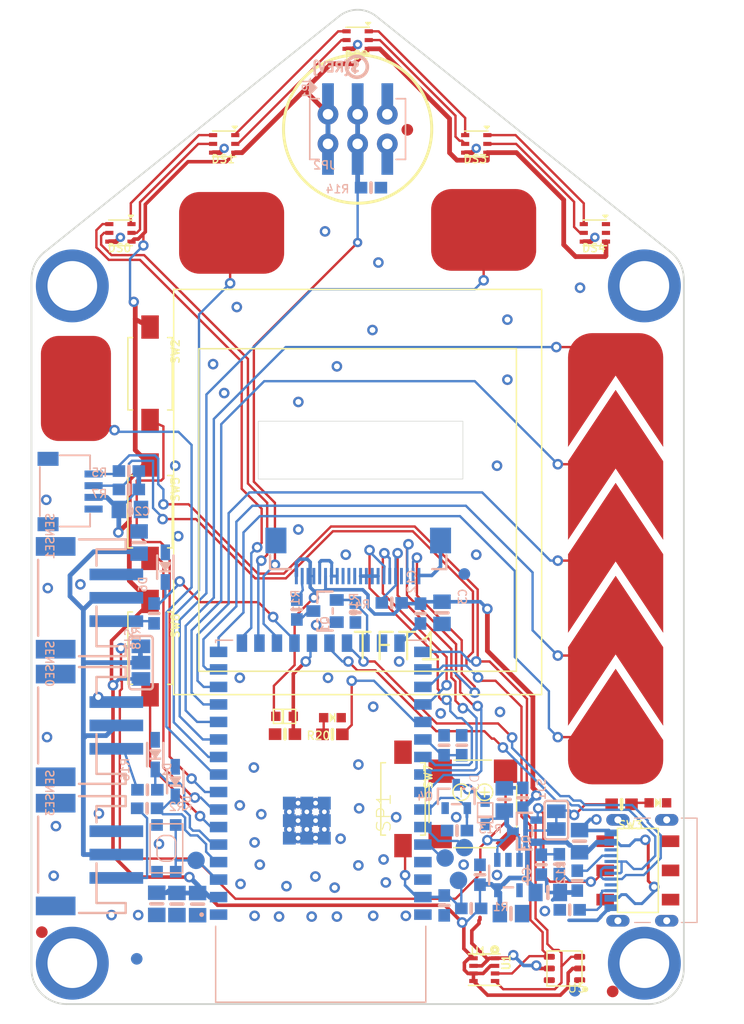
<source format=kicad_pcb>
(kicad_pcb (version 20221018) (generator pcbnew)
  (layers (0 "F.Cu" signal) (31 "B.Cu" signal) (34 "B.Paste" user) (35 "F.Paste" user) (36 "B.SilkS" user "B.Silkscreen") (37 "F.SilkS" user "F.Silkscreen") (38 "B.Mask" user) (39 "F.Mask" user) (44 "Edge.Cuts" user))
  (net 0 "")
  (net 1 "GND")
  (net 2 "RESET")
  (net 3 "SCK")
  (net 4 "MISO")
  (net 5 "MOSI")
  (net 6 "AD0")
  (net 7 "N$1")
  (net 8 "3.3V")
  (net 9 "VBUS")
  (net 10 "SDA")
  (net 11 "SCL")
  (net 12 "EN")
  (net 13 "VHIGH")
  (net 14 "N$3")
  (net 15 "LIGHT")
  (net 16 "DS_CLK")
  (net 17 "D+")
  (net 18 "D-")
  (net 19 "CC1")
  (net 20 "CC2")
  (net 21 "TXD0")
  (net 22 "RXD0")
  (net 23 "BOOT0")
  (net 24 "BUTTON_DOWN")
  (net 25 "BUTTON_SEL")
  (net 26 "AD2")
  (net 27 "VCC")
  (net 28 "AD1_JST")
  (net 29 "A0_JST")
  (net 30 "DS_DATA")
  (net 31 "CT13")
  (net 32 "AD1")
  (net 33 "N$10")
  (net 34 "N$11")
  (net 35 "N$12")
  (net 36 "N$14")
  (net 37 "N$15")
  (net 38 "N$17")
  (net 39 "N$24")
  (net 40 "N$25")
  (net 41 "TFT_DC")
  (net 42 "TFT_CS")
  (net 43 "TFT_LITE")
  (net 44 "TFT_RESET")
  (net 45 "A2_JST2")
  (net 46 "N$2")
  (net 47 "TFT_LEDK")
  (net 48 "N$99")
  (net 49 "BUTTON_UP")
  (net 50 "CT6")
  (net 51 "CT7")
  (net 52 "CT8")
  (net 53 "CT9")
  (net 54 "CT10")
  (net 55 "CT11")
  (net 56 "CT12")
  (net 57 "SPKR")
  (net 58 "N$5")
  (net 59 "PIR_SENSE")
  (net 60 "N$4")
  (net 61 "IO38_DOUBLETAP")
  (footprint "working:0603-NO" (layer "F.Cu") (at 146.3421 124.475678)
    (fp_text reference "R9" hide)
    (fp_text value "10K")
  )
  (footprint "working:CAPTOUCH_6X9MM" (layer "F.Cu") (at 124.3711 94.859978 90)
    (fp_text reference "X1" hide)
    (fp_text value "CAPTOUCH_10MM" hide)
  )
  (footprint "working:SNR6-1.0-3X3X1MM" (layer "F.Cu") (at 166.2176 144.528978 180)
    (fp_text reference "U5")
    (fp_text value "AHT20")
  )
  (footprint "working:CAPTOUCH_5SLIDER" (layer "F.Cu") (at 170.5991 107.686978)
    (fp_text reference "X6" hide)
    (fp_text value "CAPTOUCH_5SLIDER_10MM" hide)
  )
  (footprint "working:TACTILE_3X6MM" (layer "F.Cu") (at 130.7211 105.412978 -90)
    (fp_text reference "SW5")
    (fp_text value "FSM2JMTR")
  )
  (footprint "working:TFT_1.54IN_240X240_22PIN" (layer "F.Cu") (at 148.5011 108.206978 180)
    (fp_text reference "TFT1")
    (fp_text value "DISP_TFT_1.54IN_240X240_22P")
  )
  (footprint "working:FUNHOUSE_FRONT" (layer "F.Cu") (at 120.5611 147.576978)
    (fp_text reference "U$45" hide)
    (fp_text value "" hide)
  )
  (footprint "working:CHIPLED_0603_NOOUTLINE" (layer "F.Cu") (at 174.2186 130.343078 -90)
    (fp_text reference "ON0" hide)
    (fp_text value "GREEN")
  )
  (footprint "working:APA102_2020" (layer "F.Cu") (at 168.8211 81.536978 180)
    (fp_text reference "DS4")
    (fp_text value "APA102-2020")
  )
  (footprint "working:FIDUCIAL_1MM" (layer "F.Cu") (at 152.7556 72.710478)
    (fp_text reference "FID2" hide)
    (fp_text value "FIDUCIAL_1MM" hide)
  )
  (footprint "working:APA102_2020" (layer "F.Cu") (at 137.0711 73.916978 180)
    (fp_text reference "DS1")
    (fp_text value "APA102-2020")
  )
  (footprint "working:APA102_2020" (layer "F.Cu") (at 158.6611 73.916978 180)
    (fp_text reference "DS3")
    (fp_text value "APA102-2020")
  )
  (footprint "working:APA102_2020" (layer "F.Cu") (at 148.5011 65.026978 180)
    (fp_text reference "DS2")
    (fp_text value "APA102-2020")
  )
  (footprint "working:FIDUCIAL_1MM" (layer "F.Cu") (at 170.3451 146.497478)
    (fp_text reference "FID1" hide)
    (fp_text value "FIDUCIAL_1MM" hide)
  )
  (footprint "working:BMX280_COMBO" (layer "F.Cu") (at 159.3469 144.630578)
    (fp_text reference "U1")
    (fp_text value "DPS3")
  )
  (footprint "working:ALS-PT19-315C" (layer "F.Cu") (at 142.24 122.938978)
    (fp_text reference "U2" hide)
    (fp_text value "ALS-PT19" hide)
  )
  (footprint "working:TACTILE_3X6MM" (layer "F.Cu") (at 130.7211 93.601978 -90)
    (fp_text reference "SW2")
    (fp_text value "FSM2JMTR")
  )
  (footprint "working:FIDUCIAL_1MM" (layer "F.Cu") (at 121.4501 141.417478)
    (fp_text reference "FID3" hide)
    (fp_text value "FIDUCIAL_1MM" hide)
  )
  (footprint "working:CHIPLED_0603_NOOUTLINE" (layer "F.Cu") (at 146.3421 123.053278 -90)
    (fp_text reference "L0" hide)
    (fp_text value "RED")
  )
  (footprint "working:CAPTOUCH_7X9MM" (layer "F.Cu") (at 137.7061 81.536978)
    (fp_text reference "X3" hide)
    (fp_text value "CAPTOUCH_10MM" hide)
  )
  (footprint "working:TACTILE_3X6MM" (layer "F.Cu") (at 130.7211 117.096978 -90)
    (fp_text reference "SW6")
    (fp_text value "FSM2JMTR")
  )
  (footprint "working:TACTILE_3X6MM" (layer "F.Cu") (at 152.3874 130.010178 -90)
    (fp_text reference "SW7")
    (fp_text value "FSM2JMTR")
  )
  (footprint "working:CAPTOUCH_7X9MM" (layer "F.Cu") (at 159.2961 81.282978)
    (fp_text reference "X5" hide)
    (fp_text value "CAPTOUCH_10MM" hide)
  )
  (footprint "working:BUZZER_SMT_7.5MM" (layer "F.Cu") (at 158.3702 130.435378 90)
    (fp_text reference "SP1")
    (fp_text value "7.5mm SPK")
  )
  (footprint "working:0603-NO" (layer "F.Cu") (at 142.2781 124.462978)
    (fp_text reference "R20")
    (fp_text value "10K")
  )
  (footprint "working:0603-NO" (layer "F.Cu") (at 171.1071 130.470078 180)
    (fp_text reference "R6" hide)
    (fp_text value "47K")
  )
  (footprint "working:EG1390" (layer "F.Cu") (at 172.5041 136.131978 -90)
    (fp_text reference "SW3")
    (fp_text value "EG1390")
  )
  (footprint "working:APA102_2020" (layer "F.Cu") (at 128.1811 81.536978 180)
    (fp_text reference "DS0")
    (fp_text value "APA102-2020")
  )
  (footprint "working:0603-NO" (layer "B.Cu") (at 128.905 101.933178 180)
    (fp_text reference "R5")
    (fp_text value "10K")
  )
  (footprint "working:0603-NO" (layer "B.Cu") (at 153.8859 114.137878 -90)
    (fp_text reference "C12")
    (fp_text value "1uF")
  )
  (footprint "working:0805-NO" (layer "B.Cu") (at 155.7274 114.074378 -90)
    (fp_text reference "C3")
    (fp_text value "10µF")
  )
  (footprint "working:SMT_NUT_3MM" (layer "B.Cu") (at 173.0611 86.076978 180)
    (fp_text reference "TP8" hide)
    (fp_text value "SEWTAP_SMTNUTM3" hide)
  )
  (footprint "working:KMR2" (layer "B.Cu") (at 132.1181 134.241978 -90)
    (fp_text reference "SW4" hide)
    (fp_text value "SPST_TACT-KMR2" hide)
  )
  (footprint "working:SOD-323" (layer "B.Cu") (at 132.0292 110.162778 90)
    (fp_text reference "D6")
    (fp_text value "3.6V")
  )
  (footprint "working:0603-NO" (layer "B.Cu") (at 131.064 114.125178 90)
    (fp_text reference "R18")
    (fp_text value "1K")
  )
  (footprint "working:SOT23-R" (layer "B.Cu") (at 162.8002 132.770478 -90)
    (fp_text reference "Q3")
    (fp_text value "DMG3415U-7")
  )
  (footprint "working:0805-NO" (layer "B.Cu") (at 131.2926 138.991778 -90)
    (fp_text reference "C10" hide)
    (fp_text value "10µF")
  )
  (footprint "working:SOLDERJUMPER_2WAY_OPEN_NOPASTE" (layer "B.Cu") (at 129.9366 118.339378 -90)
    (fp_text reference "SJ2")
    (fp_text value "")
  )
  (footprint "working:TESTPOINT_ROUND_1.5MM_NO" (layer "B.Cu") (at 155.9941 135.067478 180)
    (fp_text reference "TP2" hide)
    (fp_text value "" hide)
  )
  (footprint "working:SMT_NUT_3MM" (layer "B.Cu") (at 124.0611 86.076978 180)
    (fp_text reference "TP7" hide)
    (fp_text value "SEWTAP_SMTNUTM3" hide)
  )
  (footprint "working:SMT_NUT_3MM" (layer "B.Cu") (at 173.0611 144.076978 180)
    (fp_text reference "TP5" hide)
    (fp_text value "SEWTAP_SMTNUTM3" hide)
  )
  (footprint "working:JST_SH4" (layer "B.Cu") (at 123.3678 103.685778 90)
    (fp_text reference "CONN1" hide)
    (fp_text value "STEMMA_I2C_QT" hide)
  )
  (footprint "working:0603-NO" (layer "B.Cu") (at 162.6362 129.911278 90)
    (fp_text reference "C2" hide)
    (fp_text value "0.1uF")
  )
  (footprint "working:0805-NO" (layer "B.Cu") (at 129.7813 108.054578 90)
    (fp_text reference "C20")
    (fp_text value "10uF")
  )
  (footprint "working:FIDUCIAL_1MM" (layer "B.Cu") (at 129.5781 143.703478 180)
    (fp_text reference "FID4" hide)
    (fp_text value "FIDUCIAL_1MM" hide)
  )
  (footprint "working:SOT23-WIDE" (layer "B.Cu") (at 145.7071 113.921978 -90)
    (fp_text reference "Q1")
    (fp_text value "BSS138")
  )
  (footprint "working:JSTPH3" (layer "B.Cu") (at 125.1331 112.786978 -90)
    (fp_text reference "SENSE1")
    (fp_text value "JST PH 3")
  )
  (footprint "working:0603-NO" (layer "B.Cu") (at 143.2941 113.794978 90)
    (fp_text reference "R11")
    (fp_text value "100")
  )
  (footprint "working:SOLDERJUMPER_CLOSEDWIRE" (layer "B.Cu") (at 165.5191 131.828978 -90)
    (fp_text reference "SJ1")
    (fp_text value "")
  )
  (footprint "working:FIDUCIAL_1MM" (layer "B.Cu") (at 167.1066 146.433978 180)
    (fp_text reference "FID5" hide)
    (fp_text value "FIDUCIAL_1MM" hide)
  )
  (footprint "working:0603-NO" (layer "B.Cu") (at 158.2293 139.385478)
    (fp_text reference "R1")
    (fp_text value "10K")
  )
  (footprint "working:0805-NO" (layer "B.Cu") (at 128.9939 105.222478)
    (fp_text reference "C7" hide)
    (fp_text value "10µF")
  )
  (footprint "working:0805_10MGAP" (layer "B.Cu") (at 164.7943 138.022578 180)
    (fp_text reference "C9")
    (fp_text value "10uF/10V+")
  )
  (footprint "working:0603-NO" (layer "B.Cu") (at 157.0101 132.717978)
    (fp_text reference "R13")
    (fp_text value "10K")
  )
  (footprint "working:0603-NO" (layer "B.Cu") (at 149.6441 77.663478 180)
    (fp_text reference "R14")
    (fp_text value "1Meg")
  )
  (footprint "working:0603-NO" (layer "B.Cu") (at 148.3106 114.048978 90)
    (fp_text reference "R10")
    (fp_text value "10K")
  )
  (footprint "working:SMT_NUT_3MM" (layer "B.Cu") (at 124.0611 144.076978 180)
    (fp_text reference "TP4" hide)
    (fp_text value "SEWTAP_SMTNUTM3" hide)
  )
  (footprint "working:0603-NO" (layer "B.Cu") (at 166.6654 139.506978)
    (fp_text reference "R3" hide)
    (fp_text value "5.1K")
  )
  (footprint "working:USB_C_CUSB31-CFM2AX-01-X" (layer "B.Cu") (at 173.7647 136.121478 -90)
    (fp_text reference "X4" hide)
    (fp_text value "USB C")
  )
  (footprint "working:0603-NO" (layer "B.Cu") (at 164.2298 135.641978 -90)
    (fp_text reference "C15" hide)
    (fp_text value "0.1uF")
  )
  (footprint "working:PCBFEAT-REV-040" (layer "B.Cu") (at 148.4376 67.312978 180)
    (fp_text reference "U$41" hide)
    (fp_text value "" hide)
  )
  (footprint "working:2X03_SMTTHM" (layer "B.Cu") (at 148.5011 72.646978)
    (fp_text reference "JP2")
    (fp_text value "")
  )
  (footprint "working:SOT23-5" (layer "B.Cu") (at 161.4145 136.528478)
    (fp_text reference "U4" hide)
    (fp_text value "AP2112K-3.3")
  )
  (footprint "working:SOD-323F" (layer "B.Cu") (at 159.4231 131.193978 -90)
    (fp_text reference "D3")
    (fp_text value "1N4148")
  )
  (footprint "working:TESTPOINT_ROUND_1.5MM_NO" (layer "B.Cu") (at 157.1371 136.985178 -90)
    (fp_text reference "TP6" hide)
    (fp_text value "" hide)
  )
  (footprint "working:0603-NO" (layer "B.Cu") (at 128.905 103.507978 180)
    (fp_text reference "R7")
    (fp_text value "10K")
  )
  (footprint "working:0805-NO" (layer "B.Cu") (at 167.5069 133.630978 90)
    (fp_text reference "C1" hide)
    (fp_text value "10uF")
  )
  (footprint "working:0603-NO" (layer "B.Cu") (at 158.9786 136.502578 90)
    (fp_text reference "C5" hide)
    (fp_text value "0.1uF")
  )
  (footprint "working:FIDUCIAL_1MM" (layer "B.Cu") (at 157.6451 110.746978 180)
    (fp_text reference "FID6" hide)
    (fp_text value "FIDUCIAL_1MM" hide)
  )
  (footprint "working:SOT23-R" (layer "B.Cu") (at 156.9466 129.796978 180)
    (fp_text reference "Q4")
    (fp_text value "BSS138")
  )
  (footprint "working:2X03_SMT_4UCON_14113" (layer "B.Cu") (at 148.5011 72.646978)
    (fp_text reference "JP1")
    (fp_text value "2x3 SMT")
  )
  (footprint "working:0805-NO" (layer "B.Cu") (at 133.0206 139.009378 -90)
    (fp_text reference "C4" hide)
    (fp_text value "10µF")
  )
  (footprint "working:SOD-323" (layer "B.Cu") (at 131.1656 126.215578 90)
    (fp_text reference "D1")
    (fp_text value "3.6V")
  )
  (footprint "working:0603-NO" (layer "B.Cu") (at 155.9179 139.131478 -90)
    (fp_text reference "C14" hide)
    (fp_text value "1uF")
  )
  (footprint "working:0603-NO" (layer "B.Cu") (at 130.4925 129.225478)
    (fp_text reference "R16")
    (fp_text value "1K")
  )
  (footprint "working:0603-NO" (layer "B.Cu") (at 157.4165 125.415478 -90)
    (fp_text reference "R17" hide)
    (fp_text value "1Meg")
  )
  (footprint "working:SOD-323" (layer "B.Cu") (at 132.8801 128.526978 90)
    (fp_text reference "D2")
    (fp_text value "3.6V")
  )
  (footprint "working:JSTPH3" (layer "B.Cu") (at 125.1331 134.773978 -90)
    (fp_text reference "SENSE3")
    (fp_text value "JST PH 3")
  )
  (footprint "working:0805-NO" (layer "B.Cu") (at 134.7921 139.017578 -90)
    (fp_text reference "C13" hide)
    (fp_text value "10µF")
  )
  (footprint "working:0603-NO" (layer "B.Cu") (at 151.4221 113.223478 180)
    (fp_text reference "R4")
    (fp_text value "10K")
  )
  (footprint "working:0603-NO" (layer "B.Cu") (at 155.9052 125.415478 90)
    (fp_text reference "C6" hide)
    (fp_text value "1uF")
  )
  (footprint "working:JSTPH3" (layer "B.Cu") (at 125.1331 123.716978 -90)
    (fp_text reference "SENSE0")
    (fp_text value "JST PH 3")
  )
  (footprint "working:0603-NO" (layer "B.Cu") (at 167.3131 137.008678 90)
    (fp_text reference "R8" hide)
    (fp_text value "5.1K")
  )
  (footprint "working:0805-NO" (layer "B.Cu") (at 161.0621 130.050878 90)
    (fp_text reference "C11" hide)
    (fp_text value "10µF")
  )
  (footprint "working:0805-NO" (layer "B.Cu") (at 161.6329 139.829978)
    (fp_text reference "C17" hide)
    (fp_text value "10µF")
  )
  (footprint "working:MODULE_ESP32-S2-WROVER" (layer "B.Cu") (at 145.3388 131.917878)
    (fp_text reference "U3" hide)
    (fp_text value "ESP32-S2-MODULE_WROVER")
  )
  (footprint "working:TESTPOINT_ROUND_1.5MM_NO" (layer "B.Cu") (at 157.6451 134.178478 180)
    (fp_text reference "TP3" hide)
    (fp_text value "" hide)
  )
  (footprint "working:TESTPOINT_ROUND_1.5MM_NO" (layer "B.Cu") (at 134.6581 135.270678)
    (fp_text reference "TP1" hide)
    (fp_text value "" hide)
  )
  (footprint "working:FUNHOUSE_BACK" (layer "B.Cu") (at 176.4411 147.576978 180)
    (fp_text reference "U$69" hide)
    (fp_text value "" hide)
  )
  (footprint "working:0603-NO" (layer "B.Cu") (at 130.4671 130.812978)
    (fp_text reference "R2")
    (fp_text value "1K")
  )
  (footprint "working:0603-NO" (layer "B.Cu") (at 165.7731 135.600878 -90)
    (fp_text reference "R12")
    (fp_text value "10K")
  )
  (gr_circle (center 148.5011 72.646978) (end 154.8511 72.646978) (stroke (width 0.254)) (fill none) (layer "F.SilkS"))
  (gr_line (start 157.5181 102.618978) (end 139.9921 102.618978) (stroke (width 0.05)) (layer "Edge.Cuts"))
  (gr_line (start 146.914028 62.987091) (end 121.686606 83.17625) (stroke (width 0.1524)) (layer "Edge.Cuts"))
  (gr_line (start 120.5611 85.518532) (end 120.5611 144.576978) (stroke (width 0.1524)) (layer "Edge.Cuts"))
  (gr_line (start 139.9921 97.665978) (end 157.5181 97.665978) (stroke (width 0.05)) (layer "Edge.Cuts"))
  (gr_arc (start 146.914028 62.987092) (mid 148.501099 62.430222) (end 150.088171 62.987091) (stroke (width 0.1524)) (layer "Edge.Cuts"))
  (gr_arc (start 120.561099 85.518532) (mid 120.857076 84.2192) (end 121.686606 83.17625) (stroke (width 0.1524)) (layer "Edge.Cuts"))
  (gr_arc (start 175.315593 83.17625) (mid 176.145123 84.2192) (end 176.4411 85.518532) (stroke (width 0.1524)) (layer "Edge.Cuts"))
  (gr_arc (start 123.5611 147.576978) (mid 121.43978 146.698298) (end 120.5611 144.576978) (stroke (width 0.1524)) (layer "Edge.Cuts"))
  (gr_line (start 123.5611 147.576978) (end 173.4411 147.576978) (stroke (width 0.1524)) (layer "Edge.Cuts"))
  (gr_arc (start 176.4411 144.576978) (mid 175.56242 146.698298) (end 173.4411 147.576978) (stroke (width 0.1524)) (layer "Edge.Cuts"))
  (gr_line (start 175.315593 83.17625) (end 150.088171 62.987091) (stroke (width 0.1524)) (layer "Edge.Cuts"))
  (gr_line (start 157.5181 97.665978) (end 157.5181 102.618978) (stroke (width 0.05)) (layer "Edge.Cuts"))
  (gr_line (start 176.4411 144.576978) (end 176.4411 85.518532) (stroke (width 0.1524)) (layer "Edge.Cuts"))
  (gr_line (start 139.9921 102.618978) (end 139.9921 97.665978) (stroke (width 0.05)) (layer "Edge.Cuts"))
  (segment (start 147.5511 65.776978) (end 148.1321 65.776978) (width 0.4064) (layer "F.Cu") (net 1))
  (segment (start 159.7885 143.655578) (end 160.2719 143.655578) (width 0.3048) (layer "F.Cu") (net 1))
  (segment (start 136.7021 74.666978) (end 137.0711 74.297978) (width 0.4064) (layer "F.Cu") (net 1))
  (segment (start 148.1321 65.776978) (end 148.5011 65.407978) (width 0.4064) (layer "F.Cu") (net 1))
  (segment (start 167.8711 82.286978) (end 168.4521 82.286978) (width 0.4064) (layer "F.Cu") (net 1))
  (segment (start 159.1385 144.305578) (end 159.58185 143.862228) (width 0.3048) (layer "F.Cu") (net 1))
  (segment (start 159.58185 143.862228) (end 159.7885 143.655578) (width 0.3048) (layer "F.Cu") (net 1))
  (segment (start 159.58185 143.671728) (end 158.2801 142.369978) (width 0.3048) (layer "F.Cu") (net 1))
  (segment (start 160.2719 143.655578) (end 160.2875 143.639978) (width 0.3048) (layer "F.Cu") (net 1))
  (segment (start 158.8984 140.418178) (end 158.9786 140.337978) (width 0.3048) (layer "F.Cu") (net 1))
  (segment (start 164.9176 144.528978) (end 164.0586 144.528978) (width 0.3048) (layer "F.Cu") (net 1))
  (segment (start 127.2311 82.286978) (end 127.8121 82.286978) (width 0.4064) (layer "F.Cu") (net 1))
  (segment (start 168.4521 82.286978) (end 168.8211 81.917978) (width 0.4064) (layer "F.Cu") (net 1))
  (segment (start 158.4219 144.305578) (end 159.1385 144.305578) (width 0.3048) (layer "F.Cu") (net 1))
  (segment (start 136.1211 74.666978) (end 136.7021 74.666978) (width 0.4064) (layer "F.Cu") (net 1))
  (segment (start 158.2801 141.291297) (end 158.8984 140.672997) (width 0.3048) (layer "F.Cu") (net 1))
  (segment (start 158.8984 140.672997) (end 158.8984 140.418178) (width 0.3048) (layer "F.Cu") (net 1))
  (segment (start 163.8046 144.274978) (end 164.0586 144.528978) (width 0.3048) (layer "F.Cu") (net 1))
  (segment (start 159.58185 143.862228) (end 159.58185 143.671728) (width 0.3048) (layer "F.Cu") (net 1))
  (segment (start 127.8121 82.286978) (end 128.1811 81.917978) (width 0.4064) (layer "F.Cu") (net 1))
  (segment (start 158.2801 141.291297) (end 158.2801 142.369978) (width 0.3048) (layer "F.Cu") (net 1))
  (segment (start 157.7111 74.666978) (end 158.2921 74.666978) (width 0.4064) (layer "F.Cu") (net 1))
  (segment (start 158.9786 140.337978) (end 158.9786 140.147478) (width 0.3048) (layer "F.Cu") (net 1))
  (segment (start 158.2921 74.666978) (end 158.6611 74.297978) (width 0.4064) (layer "F.Cu") (net 1))
  (segment (start 160.2875 143.639978) (end 161.5821 143.639978) (width 0.3048) (layer "F.Cu") (net 1))
  (segment (start 161.5821 143.639978) (end 161.8361 143.385978) (width 0.3048) (layer "F.Cu") (net 1))
  (via (at 148.5646 127.066478) (size 0.9064) (drill 0.5) (layers "F.Cu" "B.Cu") (net 1))
  (via (at 163.8046 144.274978) (size 0.889) (drill 0.4826) (layers "F.Cu" "B.Cu") (net 1))
  (via (at 144.9451 115.128478) (size 0.9064) (drill 0.5) (layers "F.Cu" "B.Cu") (net 1))
  (via (at 143.4211 106.936978) (size 0.9064) (drill 0.5) (layers "F.Cu" "B.Cu") (net 1))
  (via (at 144.8816 136.654978) (size 0.9064) (drill 0.5) (layers "F.Cu" "B.Cu") (net 1))
  (via (at 160.4391 101.475978) (size 0.9064) (drill 0.5) (layers "F.Cu" "B.Cu") (net 1))
  (via (at 146.7231 140.083978) (size 0.9064) (drill 0.5) (layers "F.Cu" "B.Cu") (net 1))
  (via (at 136.1186 92.776478) (size 0.9064) (drill 0.5) (layers "F.Cu" "B.Cu") (net 1))
  (via (at 150.7236 135.194478) (size 0.9064) (drill 0.5) (layers "F.Cu" "B.Cu") (net 1))
  (via (at 132.8801 101.475978) (size 0.9064) (drill 0.5) (layers "F.Cu" "B.Cu") (net 1))
  (via (at 148.6281 130.812978) (size 0.9064) (drill 0.5) (layers "F.Cu" "B.Cu") (net 1))
  (via (at 144.5641 140.083978) (size 0.9064) (drill 0.5) (layers "F.Cu" "B.Cu") (net 1))
  (via (at 168.9481 131.765478) (size 0.9064) (drill 0.5) (layers "F.Cu" "B.Cu") (net 1))
  (via (at 149.8346 122.113478) (size 0.9064) (drill 0.5) (layers "F.Cu" "B.Cu") (net 1))
  (via (at 140.2461 131.320978) (size 0.9064) (drill 0.5) (layers "F.Cu" "B.Cu") (net 1))
  (via (at 127.4191 139.956978) (size 0.9064) (drill 0.5) (layers "F.Cu" "B.Cu") (net 1))
  (via (at 122.6566 132.336978) (size 0.9064) (drill 0.5) (layers "F.Cu" "B.Cu") (net 1))
  (via (at 152.6286 140.020478) (size 0.9064) (drill 0.5) (layers "F.Cu" "B.Cu") (net 1))
  (via (at 147.4851 109.095978) (size 0.9064) (drill 0.5) (layers "F.Cu" "B.Cu") (net 1))
  (via (at 145.7071 81.409978) (size 0.9064) (drill 0.5) (layers "F.Cu" "B.Cu") (net 1))
  (via (at 126.2761 121.287978) (size 0.9064) (drill 0.5) (layers "F.Cu" "B.Cu") (net 1))
  (via (at 138.4681 137.289978) (size 0.9064) (drill 0.5) (layers "F.Cu" "B.Cu") (net 1))
  (via (at 121.8311 104.396978) (size 0.9064) (drill 0.5) (layers "F.Cu" "B.Cu") (net 1))
  (via (at 161.3281 88.966478) (size 0.9064) (drill 0.5) (layers "F.Cu" "B.Cu") (net 1))
  (via (at 126.3396 131.257478) (size 0.9064) (drill 0.5) (layers "F.Cu" "B.Cu") (net 1))
  (via (at 139.6746 133.733978) (size 0.9064) (drill 0.5) (layers "F.Cu" "B.Cu") (net 1))
  (via (at 142.4051 137.480478) (size 0.9064) (drill 0.5) (layers "F.Cu" "B.Cu") (net 1))
  (via (at 121.8946 124.716978) (size 0.9064) (drill 0.5) (layers "F.Cu" "B.Cu") (net 1))
  (via (at 148.5011 65.407978) (size 0.8064) (drill 0.4) (layers "F.Cu" "B.Cu") (net 1))
  (via (at 138.4046 119.636978) (size 0.9064) (drill 0.5) (layers "F.Cu" "B.Cu") (net 1))
  (via (at 141.7701 140.083978) (size 0.9064) (drill 0.5) (layers "F.Cu" "B.Cu") (net 1))
  (via (at 155.6131 122.684978) (size 0.9064) (drill 0.5) (layers "F.Cu" "B.Cu") (net 1))
  (via (at 148.5646 135.702478) (size 0.9064) (drill 0.5) (layers "F.Cu" "B.Cu") (net 1))
  (via (at 121.9581 111.953478) (size 0.9064) (drill 0.5) (layers "F.Cu" "B.Cu") (net 1))
  (via (at 129.7051 139.956978) (size 0.9064) (drill 0.5) (layers "F.Cu" "B.Cu") (net 1))
  (via (at 149.8346 140.020478) (size 0.9064) (drill 0.5) (layers "F.Cu" "B.Cu") (net 1))
  (via (at 161.3281 94.109978) (size 0.9064) (drill 0.5) (layers "F.Cu" "B.Cu") (net 1))
  (via (at 146.7231 92.966978) (size 0.9064) (drill 0.5) (layers "F.Cu" "B.Cu") (net 1))
  (via (at 164.5366 139.610978) (size 0.9064) (drill 0.5) (layers "F.Cu" "B.Cu") (net 1))
  (via (at 157.5816 135.638978) (size 0.9064) (drill 0.5) (layers "F.Cu" "B.Cu") (net 1))
  (via (at 150.2791 84.076978) (size 0.9064) (drill 0.5) (layers "F.Cu" "B.Cu") (net 1))
  (via (at 138.4046 130.558978) (size 0.9064) (drill 0.5) (layers "F.Cu" "B.Cu") (net 1))
  (via (at 160.6931 122.557978) (size 0.9064) (drill 0.5) (layers "F.Cu" "B.Cu") (net 1))
  (via (at 143.4211 96.014978) (size 0.9064) (drill 0.5) (layers "F.Cu" "B.Cu") (net 1))
  (via (at 156.9466 131.574978) (size 0.9064) (drill 0.5) (layers "F.Cu" "B.Cu") (net 1))
  (via (at 128.1811 81.917978) (size 0.8064) (drill 0.4) (layers "F.Cu" "B.Cu") (net 1))
  (via (at 133.1341 107.508478) (size 0.9064) (drill 0.5) (layers "F.Cu" "B.Cu") (net 1))
  (via (at 145.9611 119.636978) (size 0.9064) (drill 0.5) (layers "F.Cu" "B.Cu") (net 1))
  (via (at 139.6111 127.320478) (size 0.9064) (drill 0.5) (layers "F.Cu" "B.Cu") (net 1))
  (via (at 147.0406 133.416478) (size 0.9064) (drill 0.5) (layers "F.Cu" "B.Cu") (net 1))
  (via (at 168.8211 81.917978) (size 0.8064) (drill 0.4) (layers "F.Cu" "B.Cu") (net 1))
  (via (at 137.0711 74.297978) (size 0.8064) (drill 0.4) (layers "F.Cu" "B.Cu") (net 1))
  (via (at 137.0711 95.252978) (size 0.9064) (drill 0.5) (layers "F.Cu" "B.Cu") (net 1))
  (via (at 146.5326 137.607478) (size 0.9064) (drill 0.5) (layers "F.Cu" "B.Cu") (net 1))
  (via (at 149.7711 89.855478) (size 0.9064) (drill 0.5) (layers "F.Cu" "B.Cu") (net 1))
  (via (at 167.5511 86.235978) (size 0.9064) (drill 0.5) (layers "F.Cu" "B.Cu") (net 1))
  (via (at 122.4661 136.591478) (size 0.9064) (drill 0.5) (layers "F.Cu" "B.Cu") (net 1))
  (via (at 158.6611 109.095978) (size 0.9064) (drill 0.5) (layers "F.Cu" "B.Cu") (net 1))
  (via (at 140.1191 135.638978) (size 0.9064) (drill 0.5) (layers "F.Cu" "B.Cu") (net 1))
  (via (at 161.8361 143.385978) (size 0.889) (drill 0.4826) (layers "F.Cu" "B.Cu") (net 1))
  (via (at 158.6611 74.297978) (size 0.8064) (drill 0.4) (layers "F.Cu" "B.Cu") (net 1))
  (via (at 152.0571 118.239978) (size 0.9064) (drill 0.5) (layers "F.Cu" "B.Cu") (net 1))
  (via (at 138.1506 87.886978) (size 0.9064) (drill 0.5) (layers "F.Cu" "B.Cu") (net 1))
  (via (at 139.6746 140.020478) (size 0.9064) (drill 0.5) (layers "F.Cu" "B.Cu") (net 1))
  (via (at 131.4831 133.860978) (size 0.9064) (drill 0.5) (layers "F.Cu" "B.Cu") (net 1))
  (via (at 151.8031 131.574978) (size 0.9064) (drill 0.5) (layers "F.Cu" "B.Cu") (net 1))
  (via (at 124.7521 111.635978) (size 0.9064) (drill 0.5) (layers "F.Cu" "B.Cu") (net 1))
  (via (at 150.9141 137.162978) (size 0.9064) (drill 0.5) (layers "F.Cu" "B.Cu") (net 1))
  (via (at 160.4391 136.527978) (size 0.9064) (drill 0.5) (layers "F.Cu" "B.Cu") (net 1))
  (segment (start 150.2511 110.928978) (end 149.7511 110.928978) (width 0.3048) (layer "B.Cu") (net 1))
  (segment (start 146.2786 110.901478) (end 146.2591 110.920978) (width 0.3048) (layer "B.Cu") (net 1))
  (segment (start 154.8511 110.873978) (end 155.6011 110.123978) (width 0.3048) (layer "B.Cu") (net 1))
  (segment (start 165.8443 138.022578) (end 165.799 138.022578) (width 0.4064) (layer "B.Cu") (net 1))
  (segment (start 146.2511 110.928978) (end 146.2591 110.928978) (width 0.254) (layer "B.Cu") (net 1))
  (segment (start 145.2511 110.928978) (end 145.2511 109.742478) (width 0.254) (layer "B.Cu") (net 1))
  (segment (start 153.7511 110.928978) (end 153.8061 110.873978) (width 0.3048) (layer "B.Cu") (net 1))
  (segment (start 153.8859 114.987878) (end 152.2059 116.667878) (width 0.3048) (layer "B.Cu") (net 1))
  (segment (start 167.5069 132.680978) (end 167.537 132.711078) (width 0.3048) (layer "B.Cu") (net 1))
  (segment (start 165.8443 138.022578) (end 165.200062 138.666816) (width 0.3048) (layer "B.Cu") (net 1))
  (segment (start 170.0093 132.711078) (end 167.537 132.711078) (width 0.3048) (layer "B.Cu") (net 1))
  (segment (start 164.6936 137.118985) (end 164.6936 136.955778) (width 0.3048) (layer "B.Cu") (net 1))
  (segment (start 149.2511 110.928978) (end 149.7511 110.928978) (width 0.3048) (layer "B.Cu") (net 1))
  (segment (start 149.2511 110.928978) (end 148.7511 110.928978) (width 0.3048) (layer "B.Cu") (net 1))
  (segment (start 152.0888 116.667878) (end 152.2059 116.667878) (width 0.3048) (layer "B.Cu") (net 1))
  (segment (start 169.3311 140.106978) (end 169.0341 140.403978) (width 0.3048) (layer "B.Cu") (net 1))
  (segment (start 170.2197 139.321478) (end 170.0093 139.531878) (width 0.3048) (layer "B.Cu") (net 1))
  (segment (start 170.2197 132.921478) (end 170.0093 132.711078) (width 0.3048) (layer "B.Cu") (net 1))
  (segment (start 169.0341 140.403978) (end 166.6071 140.403978) (width 0.3048) (layer "B.Cu") (net 1))
  (segment (start 165.8443 138.022578) (end 164.7912 138.022578) (width 0.3048) (layer "B.Cu") (net 1))
  (segment (start 167.3131 137.858678) (end 167.1492 138.022578) (width 0.4064) (layer "B.Cu") (net 1))
  (segment (start 146.0881 109.603978) (end 146.2786 109.794478) (width 0.3048) (layer "B.Cu") (net 1))
  (segment (start 162.6362 129.061278) (end 161.1017 129.061278) (width 0.3048) (layer "B.Cu") (net 1))
  (segment (start 164.6936 136.955778) (end 164.2298 136.491978) (width 0.3048) (layer "B.Cu") (net 1))
  (segment (start 169.3311 140.06471) (end 169.3311 140.106978) (width 0.3048) (layer "B.Cu") (net 1))
  (segment (start 146.2786 109.794478) (end 146.2786 110.901478) (width 0.254) (layer "B.Cu") (net 1))
  (segment (start 146.2591 110.920978) (end 146.2591 110.928978) (width 0.3048) (layer "B.Cu") (net 1))
  (segment (start 165.8154 139.612278) (end 165.8154 139.506978) (width 0.3048) (layer "B.Cu") (net 1))
  (segment (start 145.3896 109.603978) (end 146.0881 109.603978) (width 0.3048) (layer "B.Cu") (net 1))
  (segment (start 146.2591 110.928978) (end 146.7511 110.928978) (width 0.254) (layer "B.Cu") (net 1))
  (segment (start 164.6999 137.125285) (end 164.6936 137.118985) (width 0.3048) (layer "B.Cu") (net 1))
  (segment (start 153.8061 110.873978) (end 154.8511 110.873978) (width 0.3048) (layer "B.Cu") (net 1))
  (segment (start 161.0621 129.100878) (end 161.1017 129.061278) (width 0.3048) (layer "B.Cu") (net 1))
  (segment (start 164.6999 137.931278) (end 164.6999 137.125285) (width 0.3048) (layer "B.Cu") (net 1))
  (segment (start 169.863931 139.531878) (end 169.3311 140.06471) (width 0.3048) (layer "B.Cu") (net 1))
  (segment (start 145.2511 109.742478) (end 145.3896 109.603978) (width 0.3048) (layer "B.Cu") (net 1))
  (segment (start 167.5069 132.680978) (end 168.4224 131.765478) (width 0.3048) (layer "B.Cu") (net 1))
  (segment (start 168.9481 131.765478) (end 168.4224 131.765478) (width 0.3048) (layer "B.Cu") (net 1))
  (segment (start 164.7912 138.022578) (end 164.6999 137.931278) (width 0.3048) (layer "B.Cu") (net 1))
  (segment (start 163.8046 144.274978) (end 162.7251 144.274978) (width 0.3048) (layer "B.Cu") (net 1))
  (segment (start 155.6011 110.123978) (end 155.6011 107.878978) (width 0.3048) (layer "B.Cu") (net 1))
  (segment (start 162.7251 144.274978) (end 161.8361 143.385978) (width 0.3048) (layer "B.Cu") (net 1))
  (segment (start 170.0093 139.531878) (end 169.863931 139.531878) (width 0.3048) (layer "B.Cu") (net 1))
  (segment (start 167.1492 138.022578) (end 165.8443 138.022578) (width 0.4064) (layer "B.Cu") (net 1))
  (segment (start 152.5651 134.187878) (end 152.3874 134.010178) (width 0.2032) (layer "F.Cu") (net 2))
  (segment (start 152.5651 136.540678) (end 152.5651 134.187878) (width 0.2032) (layer "F.Cu") (net 2))
  (via (at 152.5651 136.540678) (size 0.9064) (drill 0.5) (layers "F.Cu" "B.Cu") (net 2))
  (segment (start 157.1371 136.985178) (end 157.3793 137.227378) (width 0.2032) (layer "B.Cu") (net 2))
  (segment (start 157.3793 137.227378) (end 157.3793 139.385478) (width 0.2032) (layer "B.Cu") (net 2))
  (segment (start 155.9179 138.281478) (end 155.7815 138.417878) (width 0.254) (layer "B.Cu") (net 2))
  (segment (start 154.0888 138.417878) (end 153.5778 138.417878) (width 0.254) (layer "B.Cu") (net 2))
  (segment (start 155.7815 138.417878) (end 154.0888 138.417878) (width 0.254) (layer "B.Cu") (net 2))
  (segment (start 152.5651 137.405178) (end 152.5651 136.540678) (width 0.2032) (layer "B.Cu") (net 2))
  (segment (start 153.5778 138.417878) (end 152.5651 137.405178) (width 0.254) (layer "B.Cu") (net 2))
  (segment (start 157.3793 139.385478) (end 156.2753 138.281478) (width 0.2032) (layer "B.Cu") (net 2))
  (segment (start 156.2753 138.281478) (end 155.9179 138.281478) (width 0.2032) (layer "B.Cu") (net 2))
  (segment (start 156.1211 117.858978) (end 150.6601 112.397978) (width 0.2032) (layer "F.Cu") (net 3))
  (segment (start 156.1211 120.271978) (end 156.1211 117.858978) (width 0.2032) (layer "F.Cu") (net 3))
  (segment (start 150.6601 109.095978) (end 150.6601 112.397978) (width 0.2032) (layer "F.Cu") (net 3))
  (segment (start 150.7871 108.968978) (end 150.6601 109.095978) (width 0.2032) (layer "F.Cu") (net 3))
  (via (at 150.7871 108.968978) (size 0.9064) (drill 0.5) (layers "F.Cu" "B.Cu") (net 3))
  (via (at 156.1211 120.271978) (size 0.9064) (drill 0.5) (layers "F.Cu" "B.Cu") (net 3))
  (segment (start 151.2511 110.928978) (end 151.2511 109.404978) (width 0.2032) (layer "B.Cu") (net 3))
  (segment (start 154.0888 121.917878) (end 154.477215 121.917878) (width 0.2032) (layer "B.Cu") (net 3))
  (segment (start 150.7871 108.968978) (end 151.1681 109.349978) (width 0.2032) (layer "B.Cu") (net 3))
  (segment (start 151.2511 109.404978) (end 151.1681 109.321978) (width 0.2032) (layer "B.Cu") (net 3))
  (segment (start 154.477215 121.917878) (end 156.1211 120.271978) (width 0.2032) (layer "B.Cu") (net 3))
  (segment (start 151.1681 109.349978) (end 151.1681 109.321978) (width 0.2032) (layer "B.Cu") (net 3))
  (segment (start 147.9931 123.674678) (end 147.1921 124.475678) (width 0.2032) (layer "F.Cu") (net 4))
  (segment (start 147.9931 119.890978) (end 147.9931 123.674678) (width 0.2032) (layer "F.Cu") (net 4))
  (via (at 147.9931 119.890978) (size 0.9064) (drill 0.5) (layers "F.Cu" "B.Cu") (net 4))
  (segment (start 153.425 123.417878) (end 154.0888 123.417878) (width 0.2032) (layer "B.Cu") (net 4))
  (segment (start 147.9931 119.890978) (end 149.8981 119.890978) (width 0.2032) (layer "B.Cu") (net 4))
  (segment (start 149.8981 119.890978) (end 153.425 123.417878) (width 0.2032) (layer "B.Cu") (net 4))
  (segment (start 157.4165 116.420641) (end 154.408218 113.41236) (width 0.2032) (layer "F.Cu") (net 5))
  (segment (start 158.5341 120.906978) (end 158.5341 120.398978) (width 0.2032) (layer "F.Cu") (net 5))
  (segment (start 157.4165 119.281378) (end 157.4165 116.420641) (width 0.2032) (layer "F.Cu") (net 5))
  (segment (start 154.408218 113.41236) (end 153.5811 112.585241) (width 0.2032) (layer "F.Cu") (net 5))
  (segment (start 158.5341 120.398978) (end 157.4165 119.281378) (width 0.2032) (layer "F.Cu") (net 5))
  (segment (start 153.5811 109.349978) (end 153.5811 112.585241) (width 0.2032) (layer "F.Cu") (net 5))
  (via (at 153.5811 109.349978) (size 0.9064) (drill 0.5) (layers "F.Cu" "B.Cu") (net 5))
  (via (at 158.5341 120.906978) (size 0.9064) (drill 0.5) (layers "F.Cu" "B.Cu") (net 5))
  (segment (start 154.0888 120.417878) (end 154.5782 120.417878) (width 0.2032) (layer "B.Cu") (net 5))
  (segment (start 153.5811 109.349978) (end 153.2511 109.679978) (width 0.2032) (layer "B.Cu") (net 5))
  (segment (start 155.9941 119.001978) (end 154.5782 120.417878) (width 0.2032) (layer "B.Cu") (net 5))
  (segment (start 156.6291 119.001978) (end 155.9941 119.001978) (width 0.2032) (layer "B.Cu") (net 5))
  (segment (start 153.2511 110.928978) (end 153.2511 109.679978) (width 0.2032) (layer "B.Cu") (net 5))
  (segment (start 156.6291 119.001978) (end 158.5341 120.906978) (width 0.2032) (layer "B.Cu") (net 5))
  (segment (start 141.2621 114.429978) (end 139.9921 113.159978) (width 0.2032) (layer "F.Cu") (net 6))
  (segment (start 135.0391 113.159978) (end 133.2611 111.381978) (width 0.2032) (layer "F.Cu") (net 6))
  (segment (start 139.9921 113.159978) (end 135.0391 113.159978) (width 0.2032) (layer "F.Cu") (net 6))
  (via (at 141.2621 114.429978) (size 0.9064) (drill 0.5) (layers "F.Cu" "B.Cu") (net 6))
  (via (at 133.2611 111.381978) (size 0.9064) (drill 0.5) (layers "F.Cu" "B.Cu") (net 6))
  (segment (start 141.2621 114.587178) (end 141.2621 114.429978) (width 0.2032) (layer "B.Cu") (net 6))
  (segment (start 131.064 113.275178) (end 131.3443 113.275178) (width 0.3048) (layer "B.Cu") (net 6))
  (segment (start 143.0888 116.413878) (end 141.2621 114.587178) (width 0.2032) (layer "B.Cu") (net 6))
  (segment (start 131.3443 113.275178) (end 131.43865 113.369528) (width 0.3048) (layer "B.Cu") (net 6))
  (segment (start 132.0292 111.432778) (end 132.0292 112.778978) (width 0.2032) (layer "B.Cu") (net 6))
  (segment (start 131.064 113.275178) (end 131.533 113.275178) (width 0.2032) (layer "B.Cu") (net 6))
  (segment (start 131.533 113.275178) (end 133.34365 111.464528) (width 0.2032) (layer "B.Cu") (net 6))
  (segment (start 143.0888 116.667878) (end 143.0888 116.413878) (width 0.2032) (layer "B.Cu") (net 6))
  (segment (start 133.2611 111.381978) (end 133.34365 111.464528) (width 0.2032) (layer "B.Cu") (net 6))
  (segment (start 131.43865 113.369528) (end 132.0292 112.778978) (width 0.2032) (layer "B.Cu") (net 6))
  (segment (start 145.5921 123.053278) (end 145.5921 124.375678) (width 0.2032) (layer "F.Cu") (net 7))
  (segment (start 145.4921 124.475678) (end 145.5921 124.375678) (width 0.2032) (layer "F.Cu") (net 7))
  (segment (start 157.6451 144.041985) (end 157.912106 143.774978) (width 0.3048) (layer "F.Cu") (net 8))
  (segment (start 156.3751 74.678978) (end 157.0101 75.313978) (width 0.4064) (layer "F.Cu") (net 8))
  (segment (start 130.7211 113.096978) (end 128.9431 111.318978) (width 0.4064) (layer "F.Cu") (net 8))
  (segment (start 129.5146 88.966978) (end 130.7211 89.601978) (width 0.4064) (layer "F.Cu") (net 8))
  (segment (start 129.1311 82.286978) (end 129.3505 82.067578) (width 0.3048) (layer "F.Cu") (net 8))
  (segment (start 133.974418 75.440978) (end 137.2471 75.440978) (width 0.3048) (layer "F.Cu") (net 8))
  (segment (start 136.4996 139.116378) (end 134.0866 136.703378) (width 0.3048) (layer "F.Cu") (net 8))
  (segment (start 130.7211 101.412978) (end 130.184943 101.412978) (width 0.4064) (layer "F.Cu") (net 8))
  (segment (start 159.881506 144.305578) (end 160.2719 144.305578) (width 0.3048) (layer "F.Cu") (net 8))
  (segment (start 129.4511 87.569478) (end 129.3241 87.442478) (width 0.4064) (layer "F.Cu") (net 8))
  (segment (start 158.4219 143.655578) (end 158.2314 143.465078) (width 0.3048) (layer "F.Cu") (net 8))
  (segment (start 127.4191 116.462478) (end 127.4191 120.144978) (width 0.3048) (layer "F.Cu") (net 8))
  (segment (start 166.9161 144.528978) (end 166.5351 144.909978) (width 0.3048) (layer "F.Cu") (net 8))
  (segment (start 158.4219 145.605578) (end 158.4219 144.955578) (width 0.3048) (layer "F.Cu") (net 8))
  (segment (start 163.8046 129.703378) (end 163.8046 129.352478) (width 0.4064) (layer "F.Cu") (net 8))
  (segment (start 129.5146 88.966978) (end 129.4511 88.903478) (width 0.4064) (layer "F.Cu") (net 8))
  (segment (start 158.4219 144.955578) (end 157.9447 144.955578) (width 0.3048) (layer "F.Cu") (net 8))
  (segment (start 130.3147 79.100697) (end 133.974418 75.440978) (width 0.3048) (layer "F.Cu") (net 8))
  (segment (start 134.0866 136.703378) (end 129.3725 136.703378) (width 0.3048) (layer "F.Cu") (net 8))
  (segment (start 137.2471 75.440978) (end 138.0211 74.666978) (width 0.3048) (layer "F.Cu") (net 8))
  (segment (start 157.912106 143.774978) (end 157.9215 143.774978) (width 0.3048) (layer "F.Cu") (net 8))
  (segment (start 129.3725 136.703378) (end 127.5461 134.876978) (width 0.3048) (layer "F.Cu") (net 8))
  (segment (start 128.9431 111.318978) (end 128.9431 106.251278) (width 0.4064) (layer "F.Cu") (net 8))
  (segment (start 157.5964 140.733778) (end 157.5964 142.830078) (width 0.3048) (layer "F.Cu") (net 8))
  (segment (start 130.1496 82.616478) (end 130.1496 81.663978) (width 0.2032) (layer "F.Cu") (net 8))
  (segment (start 159.6111 74.666978) (end 162.108937 74.666978) (width 0.4064) (layer "F.Cu") (net 8))
  (segment (start 158.2314 143.465078) (end 157.5964 142.830078) (width 0.3048) (layer "F.Cu") (net 8))
  (segment (start 141.49 122.938978) (end 141.3263 122.775278) (width 0.2032) (layer "F.Cu") (net 8))
  (segment (start 156.3751 71.757978) (end 156.3751 74.678978) (width 0.4064) (layer "F.Cu") (net 8))
  (segment (start 163.8046 129.352478) (end 163.5125 129.060378) (width 0.4064) (layer "F.Cu") (net 8))
  (segment (start 130.184943 101.412978) (end 128.9431 102.654822) (width 0.4064) (layer "F.Cu") (net 8))
  (segment (start 130.7211 113.160478) (end 127.4191 116.462478) (width 0.3048) (layer "F.Cu") (net 8))
  (segment (start 158.4219 144.955578) (end 159.2505 144.955578) (width 0.3048) (layer "F.Cu") (net 8))
  (segment (start 166.1541 82.552978) (end 167.1701 83.568978) (width 0.4064) (layer "F.Cu") (net 8))
  (segment (start 165.8658 146.814978) (end 166.5351 146.145678) (width 0.3048) (layer "F.Cu") (net 8))
  (segment (start 129.694081 82.067578) (end 130.12364 81.638019) (width 0.3048) (layer "F.Cu") (net 8))
  (segment (start 157.4546 140.591978) (end 157.5964 140.733778) (width 0.3048) (layer "F.Cu") (net 8))
  (segment (start 159.6111 75.313978) (end 159.6111 74.666978) (width 0.4064) (layer "F.Cu") (net 8))
  (segment (start 130.7211 113.096978) (end 130.7211 113.160478) (width 0.3048) (layer "F.Cu") (net 8))
  (segment (start 127.4191 120.144978) (end 127.5461 120.271978) (width 0.3048) (layer "F.Cu") (net 8))
  (segment (start 138.0211 74.666978) (end 138.6071 74.666978) (width 0.4064) (layer "F.Cu") (net 8))
  (segment (start 165.8658 146.814978) (end 159.6313 146.814978) (width 0.3048) (layer "F.Cu") (net 8))
  (segment (start 141.3263 120.323197) (end 141.3263 122.775278) (width 0.2032) (layer "F.Cu") (net 8))
  (segment (start 159.6313 146.814978) (end 158.4219 145.605578) (width 0.3048) (layer "F.Cu") (net 8))
  (segment (start 155.979 139.116378) (end 136.4996 139.116378) (width 0.3048) (layer "F.Cu") (net 8))
  (segment (start 129.3505 82.067578) (end 129.694081 82.067578) (width 0.3048) (layer "F.Cu") (net 8))
  (segment (start 149.4511 65.776978) (end 150.3941 65.776978) (width 0.4064) (layer "F.Cu") (net 8))
  (segment (start 157.0101 75.313978) (end 159.6111 75.313978) (width 0.4064) (layer "F.Cu") (net 8))
  (segment (start 166.1541 78.712141) (end 166.1541 82.552978) (width 0.4064) (layer "F.Cu") (net 8))
  (segment (start 169.7711 83.507978) (end 169.7711 82.286978) (width 0.4064) (layer "F.Cu") (net 8))
  (segment (start 166.9161 144.528978) (end 167.5176 144.528978) (width 0.3048) (layer "F.Cu") (net 8))
  (segment (start 127.5461 134.876978) (end 127.5461 120.271978) (width 0.3048) (layer "F.Cu") (net 8))
  (segment (start 163.5125 121.229953) (end 159.6136 117.331053) (width 0.4064) (layer "F.Cu") (net 8))
  (segment (start 167.1701 83.568978) (end 169.7101 83.568978) (width 0.4064) (layer "F.Cu") (net 8))
  (segment (start 157.6451 144.655978) (end 157.6451 144.041985) (width 0.3048) (layer "F.Cu") (net 8))
  (segment (start 150.3941 65.776978) (end 156.3751 71.757978) (width 0.4064) (layer "F.Cu") (net 8))
  (segment (start 145.9611 71.313478) (end 145.9611 71.376978) (width 0.4064) (layer "F.Cu") (net 8))
  (segment (start 129.4511 87.569478) (end 129.4511 88.903478) (width 0.4064) (layer "F.Cu") (net 8))
  (segment (start 157.9215 143.774978) (end 158.2314 143.465078) (width 0.3048) (layer "F.Cu") (net 8))
  (segment (start 166.5351 146.145678) (end 166.5351 144.909978) (width 0.3048) (layer "F.Cu") (net 8))
  (segment (start 146.2151 67.058978) (end 148.1691 67.058978) (width 0.4064) (layer "F.Cu") (net 8))
  (segment (start 129.4511 88.903478) (end 129.4511 100.142978) (width 0.4064) (layer "F.Cu") (net 8))
  (segment (start 148.1691 67.058978) (end 149.4511 65.776978) (width 0.4064) (layer "F.Cu") (net 8))
  (segment (start 138.6071 74.666978) (end 143.96085 69.313228) (width 0.4064) (layer "F.Cu") (net 8))
  (segment (start 130.3147 81.44696) (end 130.3147 79.100697) (width 0.3048) (layer "F.Cu") (net 8))
  (segment (start 128.9431 106.251278) (end 128.9431 102.654822) (width 0.4064) (layer "F.Cu") (net 8))
  (segment (start 159.6136 117.331053) (end 159.6136 113.731478) (width 0.4064) (layer "F.Cu") (net 8))
  (segment (start 130.1496 81.663978) (end 130.12364 81.638019) (width 0.2032) (layer "F.Cu") (net 8))
  (segment (start 143.1036 114.425278) (end 144.7546 112.774278) (width 0.2032) (layer "F.Cu") (net 8))
  (segment (start 143.96085 69.313228) (end 145.9611 71.313478) (width 0.4064) (layer "F.Cu") (net 8))
  (segment (start 141.3263 120.323197) (end 143.1036 118.545897) (width 0.2032) (layer "F.Cu") (net 8))
  (segment (start 130.7211 101.412978) (end 129.4511 100.142978) (width 0.4064) (layer "F.Cu") (net 8))
  (segment (start 128.0034 107.190978) (end 128.9431 106.251278) (width 0.4064) (layer "F.Cu") (net 8))
  (segment (start 159.5538 144.633285) (end 159.881506 144.305578) (width 0.3048) (layer "F.Cu") (net 8))
  (segment (start 169.7101 83.568978) (end 169.7711 83.507978) (width 0.4064) (layer "F.Cu") (net 8))
  (segment (start 130.12364 81.638019) (end 130.3147 81.44696) (width 0.3048) (layer "F.Cu") (net 8))
  (segment (start 143.96085 69.313228) (end 146.2151 67.058978) (width 0.4064) (layer "F.Cu") (net 8))
  (segment (start 159.2505 144.955578) (end 159.5538 144.652278) (width 0.3048) (layer "F.Cu") (net 8))
  (segment (start 162.108937 74.666978) (end 166.1541 78.712141) (width 0.4064) (layer "F.Cu") (net 8))
  (segment (start 143.1036 118.545897) (end 143.1036 114.425278) (width 0.2032) (layer "F.Cu") (net 8))
  (segment (start 157.4546 140.591978) (end 155.979 139.116378) (width 0.3048) (layer "F.Cu") (net 8))
  (segment (start 159.5538 144.652278) (end 159.5538 144.633285) (width 0.3048) (layer "F.Cu") (net 8))
  (segment (start 163.5125 129.060378) (end 163.5125 121.229953) (width 0.4064) (layer "F.Cu") (net 8))
  (segment (start 157.9447 144.955578) (end 157.6451 144.655978) (width 0.3048) (layer "F.Cu") (net 8))
  (via (at 127.5461 120.271978) (size 0.9064) (drill 0.5) (layers "F.Cu" "B.Cu") (net 8))
  (via (at 129.3241 87.442478) (size 0.889) (drill 0.4826) (layers "F.Cu" "B.Cu") (net 8))
  (via (at 144.7546 112.774278) (size 0.889) (drill 0.4826) (layers "F.Cu" "B.Cu") (net 8))
  (via (at 163.8046 129.703378) (size 0.9064) (drill 0.5) (layers "F.Cu" "B.Cu") (net 8))
  (via (at 159.6136 113.731478) (size 0.9064) (drill 0.5) (layers "F.Cu" "B.Cu") (net 8))
  (via (at 157.4546 140.591978) (size 0.9064) (drill 0.5) (layers "F.Cu" "B.Cu") (net 8))
  (via (at 130.1496 82.616478) (size 0.889) (drill 0.4826) (layers "F.Cu" "B.Cu") (net 8))
  (via (at 128.0034 107.190978) (size 0.9064) (drill 0.5) (layers "F.Cu" "B.Cu") (net 8))
  (via (at 134.0866 136.703378) (size 0.9064) (drill 0.5) (layers "F.Cu" "B.Cu") (net 8))
  (segment (start 134.1123 136.703378) (end 134.0866 136.703378) (width 0.4064) (layer "B.Cu") (net 8))
  (segment (start 133.0206 138.059378) (end 132.4532 138.059378) (width 0.4064) (layer "B.Cu") (net 8))
  (segment (start 145.9611 69.981978) (end 145.9611 71.376978) (width 0.4064) (layer "B.Cu") (net 8))
  (segment (start 144.7546 112.774278) (end 144.7546 112.207478) (width 0.2032) (layer "B.Cu") (net 8))
  (segment (start 159.0793 139.385478) (end 158.9786 139.385478) (width 0.2032) (layer "B.Cu") (net 8))
  (segment (start 148.942493 112.099978) (end 149.3901 112.547585) (width 0.3048) (layer "B.Cu") (net 8))
  (segment (start 128.0439 105.222478) (end 128.0439 107.150478) (width 0.4064) (layer "B.Cu") (net 8))
  (segment (start 162.6362 130.761278) (end 162.7632 130.761278) (width 0.4064) (layer "B.Cu") (net 8))
  (segment (start 158.9786 139.284778) (end 158.9786 137.352578) (width 0.2032) (layer "B.Cu") (net 8))
  (segment (start 144.4371 110.928978) (end 144.7511 110.928978) (width 0.2032) (layer "B.Cu") (net 8))
  (segment (start 158.9786 137.352578) (end 159.0106 137.320578) (width 0.4064) (layer "B.Cu") (net 8))
  (segment (start 164.0252 129.923978) (end 163.8046 129.703378) (width 0.4064) (layer "B.Cu") (net 8))
  (segment (start 127.5461 120.271978) (end 128.0817 119.736378) (width 0.3048) (layer "B.Cu") (net 8))
  (segment (start 128.0439 107.150478) (end 128.0034 107.190978) (width 0.4064) (layer "B.Cu") (net 8))
  (segment (start 134.7921 138.067578) (end 133.0288 138.067578) (width 0.4064) (layer "B.Cu") (net 8))
  (segment (start 152.383096 113.405482) (end 152.383096 113.330182) (width 0.3048) (layer "B.Cu") (net 8))
  (segment (start 163.7443 138.022578) (end 163.7443 137.737678) (width 0.4064) (layer "B.Cu") (net 8))
  (segment (start 135.8268 138.417878) (end 134.1123 136.703378) (width 0.4064) (layer "B.Cu") (net 8))
  (segment (start 159.0065 113.124378) (end 159.6136 113.731478) (width 0.3048) (layer "B.Cu") (net 8))
  (segment (start 144.4371 111.889978) (end 144.4371 110.928978) (width 0.3048) (layer "B.Cu") (net 8))
  (segment (start 144.4371 109.730978) (end 144.4371 110.928978) (width 0.3048) (layer "B.Cu") (net 8))
  (segment (start 153.8859 113.287878) (end 152.4254 113.287878) (width 0.3048) (layer "B.Cu") (net 8))
  (segment (start 158.9786 139.385478) (end 157.7721 140.591978) (width 0.2032) (layer "B.Cu") (net 8))
  (segment (start 163.0459 134.366416) (end 162.8858 134.206316) (width 0.4064) (layer "B.Cu") (net 8))
  (segment (start 128.0439 105.222478) (end 128.0439 105.219078) (width 0.2032) (layer "B.Cu") (net 8))
  (segment (start 145.9611 69.981978) (end 145.9611 75.311978) (width 0.4064) (layer "B.Cu") (net 8))
  (segment (start 145.9611 69.981978) (end 145.9611 73.916978) (width 0.4064) (layer "B.Cu") (net 8))
  (segment (start 145.6436 112.207478) (end 145.7511 112.099978) (width 0.3048) (layer "B.Cu") (net 8))
  (segment (start 144.7546 112.207478) (end 144.4371 111.889978) (width 0.3048) (layer "B.Cu") (net 8))
  (segment (start 136.5888 138.417878) (end 135.8268 138.417878) (width 0.4064) (layer "B.Cu") (net 8))
  (segment (start 144.2511 110.928978) (end 144.4371 110.928978) (width 0.2032) (layer "B.Cu") (net 8))
  (segment (start 152.233687 113.479591) (end 152.2721 113.223478) (width 0.3048) (layer "B.Cu") (net 8))
  (segment (start 144.1831 109.476978) (end 144.4371 109.730978) (width 0.3048) (layer "B.Cu") (net 8))
  (segment (start 161.5111 136.781978) (end 162.7886 136.781978) (width 0.4064) (layer "B.Cu") (net 8))
  (segment (start 143.2511 109.773978) (end 143.5481 109.476978) (width 0.3048) (layer "B.Cu") (net 8))
  (segment (start 162.8858 134.206316) (end 162.8858 132.717978) (width 0.4064) (layer "B.Cu") (net 8))
  (segment (start 154.0494 113.124378) (end 153.8859 113.287878) (width 0.3048) (layer "B.Cu") (net 8))
  (segment (start 162.8858 132.717978) (end 162.8858 131.010878) (width 0.4064) (layer "B.Cu") (net 8))
  (segment (start 149.9616 114.175978) (end 151.6126 114.175978) (width 0.3048) (layer "B.Cu") (net 8))
  (segment (start 132.4532 138.059378) (end 132.2924 137.898578) (width 0.4064) (layer "B.Cu") (net 8))
  (segment (start 165.2651 132.844978) (end 165.5191 132.590978) (width 0.2032) (layer "B.Cu") (net 8))
  (segment (start 162.7886 136.781978) (end 162.9791 136.781978) (width 0.4064) (layer "B.Cu") (net 8))
  (segment (start 129.3241 87.442478) (end 129.0066 87.442478) (width 0.2032) (layer "B.Cu") (net 8))
  (segment (start 145.6436 112.207478) (end 144.7546 112.207478) (width 0.3048) (layer "B.Cu") (net 8))
  (segment (start 159.0793 139.385478) (end 158.9786 139.284778) (width 0.2032) (layer "B.Cu") (net 8))
  (segment (start 163.6005 129.923978) (end 164.0252 129.923978) (width 0.4064) (layer "B.Cu") (net 8))
  (segment (start 162.9791 136.781978) (end 163.0459 136.715178) (width 0.4064) (layer "B.Cu") (net 8))
  (segment (start 131.2926 138.041778) (end 132.1492 138.041778) (width 0.4064) (layer "B.Cu") (net 8))
  (segment (start 145.7511 112.099978) (end 148.942493 112.099978) (width 0.3048) (layer "B.Cu") (net 8))
  (segment (start 133.0288 138.067578) (end 133.0206 138.059378) (width 0.4064) (layer "B.Cu") (net 8))
  (segment (start 151.6126 114.175978) (end 152.383096 113.405482) (width 0.3048) (layer "B.Cu") (net 8))
  (segment (start 143.5481 109.476978) (end 144.1831 109.476978) (width 0.3048) (layer "B.Cu") (net 8))
  (segment (start 125.8818 104.185778) (end 127.0072 104.185778) (width 0.4064) (layer "B.Cu") (net 8))
  (segment (start 160.4645 137.828578) (end 161.5111 136.781978) (width 0.4064) (layer "B.Cu") (net 8))
  (segment (start 145.7511 110.928978) (end 145.7511 112.099978) (width 0.254) (layer "B.Cu") (net 8))
  (segment (start 160.4645 137.828578) (end 159.9565 137.320578) (width 0.4064) (layer "B.Cu") (net 8))
  (segment (start 149.3901 112.547585) (end 149.3901 113.604478) (width 0.3048) (layer "B.Cu") (net 8))
  (segment (start 149.3901 113.604478) (end 149.9616 114.175978) (width 0.3048) (layer "B.Cu") (net 8))
  (segment (start 162.8858 132.717978) (end 164.7571 132.717978) (width 0.2032) (layer "B.Cu") (net 8))
  (segment (start 129.0066 83.759478) (end 129.0066 87.442478) (width 0.2032) (layer "B.Cu") (net 8))
  (segment (start 163.0459 136.715178) (end 163.0459 134.366416) (width 0.4064) (layer "B.Cu") (net 8))
  (segment (start 152.4254 113.287878) (end 152.383096 113.330182) (width 0.3048) (layer "B.Cu") (net 8))
  (segment (start 159.9565 137.320578) (end 159.0106 137.320578) (width 0.4064) (layer "B.Cu") (net 8))
  (segment (start 157.7721 140.591978) (end 157.4546 140.591978) (width 0.2032) (layer "B.Cu") (net 8))
  (segment (start 160.6829 138.046978) (end 160.6829 139.829978) (width 0.4064) (layer "B.Cu") (net 8))
  (segment (start 128.0817 119.736378) (end 129.9366 119.736378) (width 0.3048) (layer "B.Cu") (net 8))
  (segment (start 164.8841 132.844978) (end 165.2651 132.844978) (width 0.2032) (layer "B.Cu") (net 8))
  (segment (start 129.755 101.933178) (end 129.755 103.507978) (width 0.4064) (layer "B.Cu") (net 8))
  (segment (start 163.7443 137.737678) (end 162.7886 136.781978) (width 0.4064) (layer "B.Cu") (net 8))
  (segment (start 132.2924 137.898578) (end 132.1492 138.041778) (width 0.4064) (layer "B.Cu") (net 8))
  (segment (start 129.0066 83.759478) (end 130.1496 82.616478) (width 0.2032) (layer "B.Cu") (net 8))
  (segment (start 162.8858 131.010878) (end 162.6362 130.761278) (width 0.4064) (layer "B.Cu") (net 8))
  (segment (start 128.0439 105.219078) (end 129.755 103.507978) (width 0.2032) (layer "B.Cu") (net 8))
  (segment (start 143.2511 110.928978) (end 143.2511 109.773978) (width 0.3048) (layer "B.Cu") (net 8))
  (segment (start 152.383096 113.330182) (end 152.233687 113.479591) (width 0.3048) (layer "B.Cu") (net 8))
  (segment (start 160.4645 137.828578) (end 160.6829 138.046978) (width 0.4064) (layer "B.Cu") (net 8))
  (segment (start 134.7921 138.067578) (end 134.7921 137.369078) (width 0.4064) (layer "B.Cu") (net 8))
  (segment (start 155.7274 113.124378) (end 154.0494 113.124378) (width 0.3048) (layer "B.Cu") (net 8))
  (segment (start 164.7571 132.717978) (end 164.8841 132.844978) (width 0.2032) (layer "B.Cu") (net 8))
  (segment (start 134.7921 137.369078) (end 134.1264 136.703378) (width 0.4064) (layer "B.Cu") (net 8))
  (segment (start 134.0866 136.703378) (end 134.1264 136.703378) (width 0.4064) (layer "B.Cu") (net 8))
  (segment (start 127.0072 104.185778) (end 128.0439 105.222478) (width 0.4064) (layer "B.Cu") (net 8))
  (segment (start 163.6005 129.923978) (end 162.7632 130.761278) (width 0.4064) (layer "B.Cu") (net 8))
  (segment (start 155.7274 113.124378) (end 159.0065 113.124378) (width 0.3048) (layer "B.Cu") (net 8))
  (segment (start 173.1431 133.510622) (end 173.1026 133.510622) (width 0.254) (layer "F.Cu") (net 9))
  (segment (start 173.3931 133.801122) (end 173.1026 133.510622) (width 0.254) (layer "F.Cu") (net 9))
  (segment (start 173.3931 133.801122) (end 173.3931 137.035978) (width 0.254) (layer "F.Cu") (net 9))
  (segment (start 173.3931 137.035978) (end 173.9011 137.543978) (width 0.254) (layer "F.Cu") (net 9))
  (via (at 173.9011 137.543978) (size 0.9064) (drill 0.5) (layers "F.Cu" "B.Cu") (net 9))
  (via (at 173.1431 133.510622) (size 0.9064) (drill 0.5) (layers "F.Cu" "B.Cu") (net 9))
  (segment (start 171.1087 138.203978) (end 170.8547 138.457978) (width 0.254) (layer "B.Cu") (net 9))
  (segment (start 167.5069 134.580978) (end 167.3186 134.580978) (width 0.254) (layer "B.Cu") (net 9))
  (segment (start 170.749175 133.721478) (end 171.042675 134.014978) (width 0.254) (layer "B.Cu") (net 9))
  (segment (start 172.282956 133.510622) (end 171.790637 134.002941) (width 0.254) (layer "B.Cu") (net 9))
  (segment (start 164.1856 134.747778) (end 164.1856 133.720478) (width 0.2032) (layer "B.Cu") (net 9))
  (segment (start 170.8547 138.457978) (end 170.2832 138.457978) (width 0.254) (layer "B.Cu") (net 9))
  (segment (start 172.282956 133.510622) (end 173.1431 133.510622) (width 0.254) (layer "B.Cu") (net 9))
  (segment (start 166.660331 133.976628) (end 166.71425 133.976628) (width 0.4064) (layer "B.Cu") (net 9))
  (segment (start 173.9011 137.543978) (end 173.9011 137.924978) (width 0.254) (layer "B.Cu") (net 9))
  (segment (start 164.2709 134.750878) (end 164.2298 134.791978) (width 0.2032) (layer "B.Cu") (net 9))
  (segment (start 164.1856 133.720478) (end 166.404181 133.720478) (width 0.4064) (layer "B.Cu") (net 9))
  (segment (start 168.1374 134.580978) (end 167.5069 134.580978) (width 0.4064) (layer "B.Cu") (net 9))
  (segment (start 163.8002 133.720478) (end 164.1856 133.720478) (width 0.4064) (layer "B.Cu") (net 9))
  (segment (start 166.660331 133.976628) (end 166.404181 133.720478) (width 0.4064) (layer "B.Cu") (net 9))
  (segment (start 171.042675 134.014978) (end 171.790637 134.014978) (width 0.254) (layer "B.Cu") (net 9))
  (segment (start 170.2197 133.721478) (end 170.749175 133.721478) (width 0.254) (layer "B.Cu") (net 9))
  (segment (start 172.8519 138.974178) (end 172.2599 138.974178) (width 0.254) (layer "B.Cu") (net 9))
  (segment (start 173.9011 137.924978) (end 172.8519 138.974178) (width 0.254) (layer "B.Cu") (net 9))
  (segment (start 171.790637 134.014978) (end 171.790637 134.002941) (width 0.254) (layer "B.Cu") (net 9))
  (segment (start 170.2197 138.521478) (end 170.2832 138.457978) (width 0.254) (layer "B.Cu") (net 9))
  (segment (start 167.3186 134.580978) (end 166.71425 133.976628) (width 0.254) (layer "B.Cu") (net 9))
  (segment (start 165.7731 134.750878) (end 164.2709 134.750878) (width 0.2032) (layer "B.Cu") (net 9))
  (segment (start 171.4897 138.203978) (end 171.1087 138.203978) (width 0.254) (layer "B.Cu") (net 9))
  (segment (start 164.2298 134.791978) (end 164.1856 134.747778) (width 0.2032) (layer "B.Cu") (net 9))
  (segment (start 172.2599 138.974178) (end 171.4897 138.203978) (width 0.254) (layer "B.Cu") (net 9))
  (segment (start 170.2197 133.721478) (end 168.9969 133.721478) (width 0.4064) (layer "B.Cu") (net 9))
  (segment (start 168.9969 133.721478) (end 168.1374 134.580978) (width 0.4064) (layer "B.Cu") (net 9))
  (segment (start 160.3121 119.890978) (end 162.5346 122.113478) (width 0.2032) (layer "F.Cu") (net 10))
  (segment (start 142.351425 111.121391) (end 146.383437 107.089378) (width 0.2032) (layer "F.Cu") (net 10))
  (segment (start 163.20835 143.474228) (end 164.97235 143.474228) (width 0.2032) (layer "F.Cu") (net 10))
  (segment (start 158.816087 119.608991) (end 159.098075 119.890978) (width 0.2032) (layer "F.Cu") (net 10))
  (segment (start 164.9176 143.528978) (end 164.3461 142.957478) (width 0.2032) (layer "F.Cu") (net 10))
  (segment (start 158.3777 112.241578) (end 158.3777 117.431178) (width 0.2032) (layer "F.Cu") (net 10))
  (segment (start 158.3777 117.431178) (end 157.8229 117.985978) (width 0.2032) (layer "F.Cu") (net 10))
  (segment (start 163.2966 140.374263) (end 163.2966 132.273478) (width 0.2032) (layer "F.Cu") (net 10))
  (segment (start 153.2255 107.089378) (end 158.3777 112.241578) (width 0.2032) (layer "F.Cu") (net 10))
  (segment (start 157.8229 118.615803) (end 157.8229 117.985978) (width 0.2032) (layer "F.Cu") (net 10))
  (segment (start 163.2966 132.273478) (end 162.5346 131.511478) (width 0.2032) (layer "F.Cu") (net 10))
  (segment (start 134.6581 106.047978) (end 131.8006 106.047978) (width 0.2032) (layer "F.Cu") (net 10))
  (segment (start 161.727 144.955578) (end 163.20835 143.474228) (width 0.2032) (layer "F.Cu") (net 10))
  (segment (start 162.5346 131.511478) (end 162.5346 122.113478) (width 0.2032) (layer "F.Cu") (net 10))
  (segment (start 164.3461 141.423763) (end 163.2966 140.374263) (width 0.2032) (layer "F.Cu") (net 10))
  (segment (start 146.383437 107.089378) (end 153.2255 107.089378) (width 0.2032) (layer "F.Cu") (net 10))
  (segment (start 164.3461 141.423763) (end 164.3461 142.957478) (width 0.2032) (layer "F.Cu") (net 10))
  (segment (start 158.816087 119.608991) (end 157.8229 118.615803) (width 0.2032) (layer "F.Cu") (net 10))
  (segment (start 161.727 144.955578) (end 160.2719 144.955578) (width 0.2032) (layer "F.Cu") (net 10))
  (segment (start 139.731512 111.121391) (end 142.351425 111.121391) (width 0.2032) (layer "F.Cu") (net 10))
  (segment (start 134.6581 106.047978) (end 139.731512 111.121391) (width 0.2032) (layer "F.Cu") (net 10))
  (segment (start 164.97235 143.474228) (end 164.9176 143.528978) (width 0.2032) (layer "F.Cu") (net 10))
  (segment (start 159.098075 119.890978) (end 160.3121 119.890978) (width 0.2032) (layer "F.Cu") (net 10))
  (via (at 158.816087 119.608991) (size 0.9064) (drill 0.5) (layers "F.Cu" "B.Cu") (net 10))
  (via (at 131.8006 106.047978) (size 0.9064) (drill 0.5) (layers "F.Cu" "B.Cu") (net 10))
  (segment (start 157.802675 118.595578) (end 158.816087 119.608991) (width 0.2032) (layer "B.Cu") (net 10))
  (segment (start 128.9127 101.306928) (end 129.16275 101.056878) (width 0.2032) (layer "B.Cu") (net 10))
  (segment (start 130.9751 101.056878) (end 130.9751 105.095478) (width 0.2032) (layer "B.Cu") (net 10))
  (segment (start 125.8818 103.185778) (end 127.7328 103.185778) (width 0.2032) (layer "B.Cu") (net 10))
  (segment (start 131.8006 106.047978) (end 131.8006 105.920978) (width 0.2032) (layer "B.Cu") (net 10))
  (segment (start 131.8006 105.920978) (end 130.9751 105.095478) (width 0.2032) (layer "B.Cu") (net 10))
  (segment (start 127.7328 103.185778) (end 128.055 103.507978) (width 0.2032) (layer "B.Cu") (net 10))
  (segment (start 128.9127 102.671028) (end 128.9127 101.306928) (width 0.2032) (layer "B.Cu") (net 10))
  (segment (start 155.825762 118.595578) (end 157.802675 118.595578) (width 0.2032) (layer "B.Cu") (net 10))
  (segment (start 155.503462 118.917878) (end 155.825762 118.595578) (width 0.2032) (layer "B.Cu") (net 10))
  (segment (start 154.0888 118.917878) (end 155.503462 118.917878) (width 0.2032) (layer "B.Cu") (net 10))
  (segment (start 128.055 103.507978) (end 128.07575 103.507978) (width 0.2032) (layer "B.Cu") (net 10))
  (segment (start 128.9127 102.671028) (end 128.07575 103.507978) (width 0.2032) (layer "B.Cu") (net 10))
  (segment (start 129.16275 101.056878) (end 130.9751 101.056878) (width 0.2032) (layer "B.Cu") (net 10))
  (segment (start 131.8641 104.777978) (end 134.0231 104.777978) (width 0.2032) (layer "F.Cu") (net 11))
  (segment (start 162.9791 131.320978) (end 163.7411 132.082978) (width 0.2032) (layer "F.Cu") (net 11))
  (segment (start 165.7096 142.941478) (end 165.9636 143.195478) (width 0.2032) (layer "F.Cu") (net 11))
  (segment (start 158.6571 118.239978) (end 158.7841 118.112978) (width 0.2032) (layer "F.Cu") (net 11))
  (segment (start 139.960112 110.714991) (end 142.183087 110.714991) (width 0.2032) (layer "F.Cu") (net 11))
  (segment (start 166.7891 143.528978) (end 167.5176 143.528978) (width 0.2032) (layer "F.Cu") (net 11))
  (segment (start 153.393837 106.682978) (end 158.7841 112.073241) (width 0.2032) (layer "F.Cu") (net 11))
  (segment (start 146.2151 106.682978) (end 153.393837 106.682978) (width 0.2032) (layer "F.Cu") (net 11))
  (segment (start 163.7411 132.082978) (end 163.7411 140.244022) (width 0.2032) (layer "F.Cu") (net 11))
  (segment (start 166.7891 143.528978) (end 165.9636 144.354478) (width 0.2032) (layer "F.Cu") (net 11))
  (segment (start 165.395 146.304078) (end 160.9704 146.304078) (width 0.2032) (layer "F.Cu") (net 11))
  (segment (start 165.395 146.304078) (end 165.9636 145.735478) (width 0.2032) (layer "F.Cu") (net 11))
  (segment (start 164.7525 142.428878) (end 165.2651 142.941478) (width 0.2032) (layer "F.Cu") (net 11))
  (segment (start 163.0045 121.440378) (end 159.8041 118.239978) (width 0.2032) (layer "F.Cu") (net 11))
  (segment (start 163.0045 121.440378) (end 162.9791 131.320978) (width 0.2032) (layer "F.Cu") (net 11))
  (segment (start 158.7841 112.073241) (end 158.7841 118.112978) (width 0.2032) (layer "F.Cu") (net 11))
  (segment (start 160.2719 145.605578) (end 160.9704 146.304078) (width 0.2032) (layer "F.Cu") (net 11))
  (segment (start 159.8041 118.239978) (end 158.6571 118.239978) (width 0.2032) (layer "F.Cu") (net 11))
  (segment (start 165.9636 143.195478) (end 165.9636 144.354478) (width 0.2032) (layer "F.Cu") (net 11))
  (segment (start 164.7525 141.255422) (end 164.7525 142.428878) (width 0.2032) (layer "F.Cu") (net 11))
  (segment (start 165.9636 145.735478) (end 165.9636 144.354478) (width 0.2032) (layer "F.Cu") (net 11))
  (segment (start 163.7411 140.244022) (end 164.7525 141.255422) (width 0.2032) (layer "F.Cu") (net 11))
  (segment (start 142.183087 110.714991) (end 146.2151 106.682978) (width 0.2032) (layer "F.Cu") (net 11))
  (segment (start 134.0231 104.777978) (end 139.960112 110.714991) (width 0.2032) (layer "F.Cu") (net 11))
  (segment (start 165.2651 142.941478) (end 165.7096 142.941478) (width 0.2032) (layer "F.Cu") (net 11))
  (via (at 158.6571 118.239978) (size 0.9064) (drill 0.5) (layers "F.Cu" "B.Cu") (net 11))
  (via (at 131.8641 104.777978) (size 0.9064) (drill 0.5) (layers "F.Cu" "B.Cu") (net 11))
  (segment (start 131.8641 103.507978) (end 131.8641 104.777978) (width 0.2032) (layer "B.Cu") (net 11))
  (segment (start 131.4196 100.863141) (end 131.143437 100.586978) (width 0.2032) (layer "B.Cu") (net 11))
  (segment (start 131.8641 103.507978) (end 131.4196 103.063478) (width 0.2032) (layer "B.Cu") (net 11))
  (segment (start 158.1491 118.239978) (end 157.327 117.417878) (width 0.2032) (layer "B.Cu") (net 11))
  (segment (start 128.0541 101.475978) (end 128.0541 101.932278) (width 0.2032) (layer "B.Cu") (net 11))
  (segment (start 125.8818 102.185778) (end 127.8024 102.185778) (width 0.2032) (layer "B.Cu") (net 11))
  (segment (start 154.0888 117.417878) (end 157.327 117.417878) (width 0.2032) (layer "B.Cu") (net 11))
  (segment (start 128.0541 101.932278) (end 128.055 101.933178) (width 0.2032) (layer "B.Cu") (net 11))
  (segment (start 158.1491 118.239978) (end 158.6571 118.239978) (width 0.2032) (layer "B.Cu") (net 11))
  (segment (start 127.8024 102.185778) (end 128.055 101.933178) (width 0.2032) (layer "B.Cu") (net 11))
  (segment (start 131.143437 100.586978) (end 128.9431 100.586978) (width 0.2032) (layer "B.Cu") (net 11))
  (segment (start 128.9431 100.586978) (end 128.0541 101.475978) (width 0.2032) (layer "B.Cu") (net 11))
  (segment (start 131.4196 100.863141) (end 131.4196 103.063478) (width 0.2032) (layer "B.Cu") (net 11))
  (segment (start 163.9683 130.812978) (end 164.4135 131.258178) (width 0.2032) (layer "F.Cu") (net 12))
  (segment (start 168.4775 137.098678) (end 168.7374 137.098678) (width 0.2032) (layer "F.Cu") (net 12))
  (segment (start 164.985 137.098678) (end 168.4775 137.098678) (width 0.2032) (layer "F.Cu") (net 12))
  (segment (start 169.7041 136.131978) (end 168.7374 137.098678) (width 0.2032) (layer "F.Cu") (net 12))
  (segment (start 164.4135 131.258178) (end 164.4135 136.527178) (width 0.2032) (layer "F.Cu") (net 12))
  (segment (start 164.985 137.098678) (end 164.4135 136.527178) (width 0.2032) (layer "F.Cu") (net 12))
  (via (at 163.9683 130.812978) (size 0.9064) (drill 0.5) (layers "F.Cu" "B.Cu") (net 12))
  (via (at 168.4775 137.098678) (size 0.889) (drill 0.4826) (layers "F.Cu" "B.Cu") (net 12))
  (segment (start 163.8002 131.820478) (end 163.9272 131.693478) (width 0.2032) (layer "B.Cu") (net 12))
  (segment (start 163.9683 130.812978) (end 163.9272 130.854078) (width 0.2032) (layer "B.Cu") (net 12))
  (segment (start 165.7731 136.450878) (end 166.077 136.450878) (width 0.2032) (layer "B.Cu") (net 12))
  (segment (start 163.9272 130.854078) (end 163.9272 131.693478) (width 0.2032) (layer "B.Cu") (net 12))
  (segment (start 166.077 136.450878) (end 166.6425 137.016378) (width 0.2032) (layer "B.Cu") (net 12))
  (segment (start 166.6425 137.016378) (end 168.3952 137.016378) (width 0.2032) (layer "B.Cu") (net 12))
  (segment (start 168.3952 137.016378) (end 168.4775 137.098678) (width 0.2032) (layer "B.Cu") (net 12))
  (segment (start 156.8831 138.559978) (end 138.031175 138.559978) (width 0.2032) (layer "F.Cu") (net 13))
  (segment (start 128.3041 120.585953) (end 128.3041 119.958003) (width 0.2032) (layer "F.Cu") (net 13))
  (segment (start 128.1303 120.759753) (end 128.3041 120.585953) (width 0.2032) (layer "F.Cu") (net 13))
  (segment (start 128.1303 134.814597) (end 128.1303 120.759753) (width 0.2032) (layer "F.Cu") (net 13))
  (segment (start 128.3041 119.958003) (end 128.2279 119.881803) (width 0.2032) (layer "F.Cu") (net 13))
  (segment (start 161.1702 131.986878) (end 159.6136 133.543478) (width 0.2032) (layer "F.Cu") (net 13))
  (segment (start 134.591075 135.119878) (end 128.435581 135.119878) (width 0.2032) (layer "F.Cu") (net 13))
  (segment (start 128.435581 135.119878) (end 128.1303 134.814597) (width 0.2032) (layer "F.Cu") (net 13))
  (segment (start 161.1702 127.635378) (end 161.1702 131.986878) (width 0.2032) (layer "F.Cu") (net 13))
  (segment (start 128.2279 119.881803) (end 128.2279 117.104978) (width 0.2032) (layer "F.Cu") (net 13))
  (segment (start 159.0112 134.145878) (end 159.0112 136.431878) (width 0.2032) (layer "F.Cu") (net 13))
  (segment (start 159.0112 136.431878) (end 156.8831 138.559978) (width 0.2032) (layer "F.Cu") (net 13))
  (segment (start 138.031175 138.559978) (end 134.591075 135.119878) (width 0.2032) (layer "F.Cu") (net 13))
  (segment (start 159.0112 134.145878) (end 159.6136 133.543478) (width 0.2032) (layer "F.Cu") (net 13))
  (via (at 159.6136 133.543478) (size 0.9064) (drill 0.5) (layers "F.Cu" "B.Cu") (net 13))
  (via (at 128.2279 117.104978) (size 0.9064) (drill 0.5) (layers "F.Cu" "B.Cu") (net 13))
  (segment (start 128.3905 116.942378) (end 129.9366 116.942378) (width 0.2032) (layer "B.Cu") (net 13))
  (segment (start 162.3645 133.334778) (end 162.3645 135.228378) (width 0.2032) (layer "B.Cu") (net 13))
  (segment (start 128.2279 117.104978) (end 128.3905 116.942378) (width 0.2032) (layer "B.Cu") (net 13))
  (segment (start 159.9151 131.701978) (end 161.2672 131.701978) (width 0.2032) (layer "B.Cu") (net 13))
  (segment (start 161.2672 131.245478) (end 161.0621 131.040378) (width 0.4064) (layer "B.Cu") (net 13))
  (segment (start 161.0272 133.543478) (end 160.4645 134.106178) (width 0.2032) (layer "B.Cu") (net 13))
  (segment (start 161.8002 132.770478) (end 161.0272 133.543478) (width 0.2032) (layer "B.Cu") (net 13))
  (segment (start 160.4645 134.106178) (end 160.4645 135.228378) (width 0.2032) (layer "B.Cu") (net 13))
  (segment (start 161.2672 131.245478) (end 161.2672 131.701978) (width 0.4064) (layer "B.Cu") (net 13))
  (segment (start 161.2672 131.701978) (end 161.2672 132.237478) (width 0.4064) (layer "B.Cu") (net 13))
  (segment (start 161.2672 132.237478) (end 161.8002 132.770478) (width 0.4064) (layer "B.Cu") (net 13))
  (segment (start 159.6136 133.543478) (end 161.0272 133.543478) (width 0.2032) (layer "B.Cu") (net 13))
  (segment (start 161.8002 132.770478) (end 162.3645 133.334778) (width 0.2032) (layer "B.Cu") (net 13))
  (segment (start 161.0621 131.000878) (end 161.0621 131.040378) (width 0.4064) (layer "B.Cu") (net 13))
  (segment (start 159.4231 132.193978) (end 159.9151 131.701978) (width 0.2032) (layer "B.Cu") (net 13))
  (segment (start 173.4686 130.343078) (end 172.0841 130.343078) (width 0.2032) (layer "F.Cu") (net 14))
  (segment (start 172.0841 130.343078) (end 171.9571 130.470078) (width 0.2032) (layer "F.Cu") (net 14))
  (segment (start 143.1281 124.462978) (end 142.99 124.324878) (width 0.3048) (layer "F.Cu") (net 15))
  (segment (start 142.99 122.938978) (end 142.99 124.324878) (width 0.3048) (layer "F.Cu") (net 15))
  (segment (start 144.0561 118.239978) (end 142.99 119.306078) (width 0.3048) (layer "F.Cu") (net 15))
  (segment (start 142.99 119.306078) (end 142.99 122.938978) (width 0.3048) (layer "F.Cu") (net 15))
  (via (at 144.0561 118.239978) (size 0.9064) (drill 0.5) (layers "F.Cu" "B.Cu") (net 15))
  (segment (start 144.5888 116.667878) (end 144.4618 116.794878) (width 0.2032) (layer "B.Cu") (net 15))
  (segment (start 144.4618 116.794878) (end 144.4618 117.834278) (width 0.2032) (layer "B.Cu") (net 15))
  (segment (start 144.0561 118.239978) (end 144.4618 117.834278) (width 0.2032) (layer "B.Cu") (net 15))
  (segment (start 140.7541 104.650978) (end 139.1031 102.999978) (width 0.2032) (layer "F.Cu") (net 16))
  (segment (start 127.4191 83.441978) (end 126.5301 82.552978) (width 0.2032) (layer "F.Cu") (net 16))
  (segment (start 126.7841 81.536978) (end 127.2311 81.536978) (width 0.2032) (layer "F.Cu") (net 16))
  (segment (start 139.1031 92.331978) (end 130.2131 83.441978) (width 0.2032) (layer "F.Cu") (net 16))
  (segment (start 139.1031 92.331978) (end 139.1031 102.999978) (width 0.2032) (layer "F.Cu") (net 16))
  (segment (start 126.5301 81.790978) (end 126.7841 81.536978) (width 0.2032) (layer "F.Cu") (net 16))
  (segment (start 126.5301 82.552978) (end 126.5301 81.790978) (width 0.2032) (layer "F.Cu") (net 16))
  (segment (start 140.7541 104.650978) (end 140.7541 109.095978) (width 0.2032) (layer "F.Cu") (net 16))
  (segment (start 140.7541 109.095978) (end 140.2461 109.603978) (width 0.2032) (layer "F.Cu") (net 16))
  (segment (start 130.2131 83.441978) (end 127.4191 83.441978) (width 0.2032) (layer "F.Cu") (net 16))
  (via (at 140.2461 109.603978) (size 0.9064) (drill 0.5) (layers "F.Cu" "B.Cu") (net 16))
  (segment (start 140.2461 109.603978) (end 139.9921 109.857978) (width 0.2032) (layer "B.Cu") (net 16))
  (segment (start 139.9921 109.857978) (end 139.9921 116.256578) (width 0.2032) (layer "B.Cu") (net 16))
  (segment (start 139.9921 116.256578) (end 140.0888 116.159878) (width 0.2032) (layer "B.Cu") (net 16))
  (segment (start 140.0888 116.667878) (end 140.0888 116.159878) (width 0.2032) (layer "B.Cu") (net 16))
  (segment (start 155.273437 123.548578) (end 160.533175 123.548578) (width 0.2032) (layer "F.Cu") (net 17))
  (segment (start 149.0091 118.239978) (end 149.964837 118.239978) (width 0.2032) (layer "F.Cu") (net 17))
  (segment (start 160.533175 123.548578) (end 161.734975 124.750378) (width 0.2032) (layer "F.Cu") (net 17))
  (segment (start 155.273437 123.548578) (end 149.964837 118.239978) (width 0.2032) (layer "F.Cu") (net 17))
  (via (at 149.0091 118.239978) (size 0.9064) (drill 0.5) (layers "F.Cu" "B.Cu") (net 17))
  (via (at 161.734975 124.750378) (size 0.9064) (drill 0.5) (layers "F.Cu" "B.Cu") (net 17))
  (segment (start 170.2197 136.871478) (end 169.5456 136.871478) (width 0.2032) (layer "B.Cu") (net 17))
  (segment (start 169.3399 136.665778) (end 169.3399 136.107728) (width 0.2032) (layer "B.Cu") (net 17))
  (segment (start 169.6046 135.871478) (end 170.2197 135.871478) (width 0.2032) (layer "B.Cu") (net 17))
  (segment (start 161.734975 124.750378) (end 161.734975 125.639378) (width 0.2032) (layer "B.Cu") (net 17))
  (segment (start 169.51845 135.929178) (end 169.5469 135.929178) (width 0.2032) (layer "B.Cu") (net 17))
  (segment (start 166.994787 130.152578) (end 167.592437 130.152578) (width 0.2032) (layer "B.Cu") (net 17))
  (segment (start 149.0091 118.239978) (end 147.5888 116.819678) (width 0.2032) (layer "B.Cu") (net 17))
  (segment (start 173.351103 131.870975) (end 172.013706 130.533578) (width 0.2032) (layer "B.Cu") (net 17))
  (segment (start 170.2197 136.871478) (end 171.144603 136.871478) (width 0.2032) (layer "B.Cu") (net 17))
  (segment (start 165.867175 129.771578) (end 161.734975 125.639378) (width 0.2032) (layer "B.Cu") (net 17))
  (segment (start 147.5888 116.667878) (end 147.5888 116.819678) (width 0.2032) (layer "B.Cu") (net 17))
  (segment (start 169.5456 136.871478) (end 169.3399 136.665778) (width 0.2032) (layer "B.Cu") (net 17))
  (segment (start 173.0121 136.527978) (end 174.4646 135.075478) (width 0.2032) (layer "B.Cu") (net 17))
  (segment (start 173.351103 131.870975) (end 173.351103 132.012238) (width 0.2032) (layer "B.Cu") (net 17))
  (segment (start 169.5469 135.929178) (end 169.6046 135.871478) (width 0.2032) (layer "B.Cu") (net 17))
  (segment (start 171.488103 136.527978) (end 173.0121 136.527978) (width 0.2032) (layer "B.Cu") (net 17))
  (segment (start 169.3399 136.107728) (end 169.51845 135.929178) (width 0.2032) (layer "B.Cu") (net 17))
  (segment (start 166.613787 129.771578) (end 166.994787 130.152578) (width 0.2032) (layer "B.Cu") (net 17))
  (segment (start 171.144603 136.871478) (end 171.488103 136.527978) (width 0.2032) (layer "B.Cu") (net 17))
  (segment (start 167.592437 130.152578) (end 167.973437 130.533578) (width 0.2032) (layer "B.Cu") (net 17))
  (segment (start 174.464596 133.125738) (end 174.4646 135.075478) (width 0.2032) (layer "B.Cu") (net 17))
  (segment (start 165.867175 129.771578) (end 166.613787 129.771578) (width 0.2032) (layer "B.Cu") (net 17))
  (segment (start 167.973437 130.533578) (end 172.013706 130.533578) (width 0.2032) (layer "B.Cu") (net 17))
  (segment (start 173.351103 132.012238) (end 174.464596 133.125738) (width 0.2032) (layer "B.Cu") (net 17))
  (segment (start 159.3596 124.208978) (end 155.2321 124.208978) (width 0.2032) (layer "F.Cu") (net 18))
  (segment (start 160.9471 125.605978) (end 160.1851 124.843978) (width 0.2032) (layer "F.Cu") (net 18))
  (segment (start 155.2321 124.208978) (end 150.0251 119.001978) (width 0.2032) (layer "F.Cu") (net 18))
  (segment (start 150.0251 119.001978) (end 148.4677 119.001978) (width 0.2032) (layer "F.Cu") (net 18))
  (segment (start 147.7057 118.239978) (end 148.4677 119.001978) (width 0.2032) (layer "F.Cu") (net 18))
  (segment (start 159.9946 124.843978) (end 159.3596 124.208978) (width 0.2032) (layer "F.Cu") (net 18))
  (segment (start 160.1851 124.843978) (end 159.9946 124.843978) (width 0.2032) (layer "F.Cu") (net 18))
  (via (at 147.7057 118.239978) (size 0.9064) (drill 0.5) (layers "F.Cu" "B.Cu") (net 18))
  (via (at 160.9471 125.605978) (size 0.9064) (drill 0.5) (layers "F.Cu" "B.Cu") (net 18))
  (segment (start 172.8851 132.120972) (end 172.8851 132.082978) (width 0.2032) (layer "B.Cu") (net 18))
  (segment (start 146.0888 116.667878) (end 146.0888 117.131078) (width 0.2032) (layer "B.Cu") (net 18))
  (segment (start 170.2197 136.371478) (end 171.0096 136.371478) (width 0.2032) (layer "B.Cu") (net 18))
  (segment (start 165.5191 130.177978) (end 166.44545 130.177978) (width 0.2032) (layer "B.Cu") (net 18))
  (segment (start 167.4241 130.558978) (end 167.8051 130.939978) (width 0.2032) (layer "B.Cu") (net 18))
  (segment (start 166.44545 130.177978) (end 166.82645 130.558978) (width 0.2032) (layer "B.Cu") (net 18))
  (segment (start 160.9471 125.605978) (end 165.5191 130.177978) (width 0.2032) (layer "B.Cu") (net 18))
  (segment (start 147.7057 118.239978) (end 147.197706 118.239985) (width 0.2032) (layer "B.Cu") (net 18))
  (segment (start 172.8851 132.082978) (end 171.7421 130.939978) (width 0.2032) (layer "B.Cu") (net 18))
  (segment (start 171.0096 136.371478) (end 171.1071 136.273978) (width 0.2032) (layer "B.Cu") (net 18))
  (segment (start 147.197706 118.239985) (end 146.0888 117.131078) (width 0.2032) (layer "B.Cu") (net 18))
  (segment (start 172.149693 136.010578) (end 172.858506 136.010578) (width 0.2032) (layer "B.Cu") (net 18))
  (segment (start 166.82645 130.558978) (end 167.4241 130.558978) (width 0.2032) (layer "B.Cu") (net 18))
  (segment (start 171.510593 135.371478) (end 172.149693 136.010578) (width 0.2032) (layer "B.Cu") (net 18))
  (segment (start 172.858506 136.010578) (end 173.9947 134.874385) (width 0.2032) (layer "B.Cu") (net 18))
  (segment (start 171.1071 135.371478) (end 171.510593 135.371478) (width 0.2032) (layer "B.Cu") (net 18))
  (segment (start 170.2197 135.371478) (end 170.5356 135.371478) (width 0.254) (layer "B.Cu") (net 18))
  (segment (start 171.1071 136.273978) (end 171.1071 135.371478) (width 0.2032) (layer "B.Cu") (net 18))
  (segment (start 173.9947 133.230572) (end 172.8851 132.120972) (width 0.2032) (layer "B.Cu") (net 18))
  (segment (start 170.5356 135.371478) (end 171.1071 135.371478) (width 0.2032) (layer "B.Cu") (net 18))
  (segment (start 167.8051 130.939978) (end 171.7421 130.939978) (width 0.2032) (layer "B.Cu") (net 18))
  (segment (start 173.9947 134.874385) (end 173.9947 133.230572) (width 0.2032) (layer "B.Cu") (net 18))
  (segment (start 168.16195 136.158678) (end 167.3131 136.158678) (width 0.2032) (layer "B.Cu") (net 19))
  (segment (start 169.44915 134.871478) (end 168.16195 136.158678) (width 0.2032) (layer "B.Cu") (net 19))
  (segment (start 170.2197 134.871478) (end 169.44915 134.871478) (width 0.2032) (layer "B.Cu") (net 19))
  (segment (start 169.4438 137.871478) (end 169.4438 138.003828) (width 0.2032) (layer "B.Cu") (net 20))
  (segment (start 169.3399 138.107728) (end 169.3399 139.171291) (width 0.2032) (layer "B.Cu") (net 20))
  (segment (start 169.3399 139.171291) (end 169.004212 139.506978) (width 0.2032) (layer "B.Cu") (net 20))
  (segment (start 169.4438 138.003828) (end 169.3399 138.107728) (width 0.2032) (layer "B.Cu") (net 20))
  (segment (start 169.004212 139.506978) (end 167.5154 139.506978) (width 0.2032) (layer "B.Cu") (net 20))
  (segment (start 170.2197 137.871478) (end 169.4438 137.871478) (width 0.2032) (layer "B.Cu") (net 20))
  (segment (start 157.0736 133.606978) (end 157.6451 134.178478) (width 0.2032) (layer "B.Cu") (net 21))
  (segment (start 154.21985 132.417878) (end 155.40895 133.606978) (width 0.2032) (layer "B.Cu") (net 21))
  (segment (start 157.0736 133.606978) (end 155.40895 133.606978) (width 0.2032) (layer "B.Cu") (net 21))
  (segment (start 154.0888 132.417878) (end 154.21985 132.417878) (width 0.2032) (layer "B.Cu") (net 21))
  (segment (start 154.0888 133.917878) (end 154.5905 133.917878) (width 0.2032) (layer "B.Cu") (net 22))
  (segment (start 155.7401 135.067478) (end 154.5905 133.917878) (width 0.2032) (layer "B.Cu") (net 22))
  (segment (start 155.7401 135.067478) (end 155.9941 135.067478) (width 0.2032) (layer "B.Cu") (net 22))
  (segment (start 134.6581 135.270678) (end 134.7978 135.270678) (width 0.2032) (layer "B.Cu") (net 23))
  (segment (start 136.445 136.917878) (end 134.7978 135.270678) (width 0.2032) (layer "B.Cu") (net 23))
  (segment (start 132.9181 132.241978) (end 132.9181 135.270678) (width 0.2032) (layer "B.Cu") (net 23))
  (segment (start 136.5888 136.917878) (end 136.445 136.917878) (width 0.2032) (layer "B.Cu") (net 23))
  (segment (start 134.6581 135.270678) (end 132.9181 135.270678) (width 0.2032) (layer "B.Cu") (net 23))
  (segment (start 132.9181 136.241978) (end 132.9181 135.270678) (width 0.2032) (layer "B.Cu") (net 23))
  (segment (start 130.730393 127.210297) (end 130.7211 121.096978) (width 0.2032) (layer "F.Cu") (net 24))
  (segment (start 135.003587 131.483491) (end 130.730393 127.210297) (width 0.2032) (layer "F.Cu") (net 24))
  (via (at 135.003587 131.483491) (size 0.9064) (drill 0.5) (layers "F.Cu" "B.Cu") (net 24))
  (segment (start 135.937975 132.417878) (end 135.003587 131.483491) (width 0.2032) (layer "B.Cu") (net 24))
  (segment (start 136.5888 132.417878) (end 135.937975 132.417878) (width 0.2032) (layer "B.Cu") (net 24))
  (segment (start 131.8641 127.328003) (end 131.8641 109.857978) (width 0.2032) (layer "F.Cu") (net 25))
  (segment (start 131.8641 109.857978) (end 130.703775 108.697653) (width 0.2032) (layer "F.Cu") (net 25))
  (segment (start 134.495587 129.959491) (end 131.8641 127.328003) (width 0.2032) (layer "F.Cu") (net 25))
  (segment (start 134.559087 129.895991) (end 134.495587 129.959491) (width 0.2032) (layer "F.Cu") (net 25))
  (segment (start 130.703775 108.697653) (end 130.7211 109.412978) (width 0.2032) (layer "F.Cu") (net 25))
  (via (at 134.559087 129.895991) (size 0.9064) (drill 0.5) (layers "F.Cu" "B.Cu") (net 25))
  (segment (start 136.088975 130.917878) (end 135.067087 129.895991) (width 0.2032) (layer "B.Cu") (net 25))
  (segment (start 134.559087 129.895991) (end 135.067087 129.895991) (width 0.2032) (layer "B.Cu") (net 25))
  (segment (start 136.5888 130.917878) (end 136.088975 130.917878) (width 0.2032) (layer "B.Cu") (net 25))
  (segment (start 131.8251 131.320978) (end 131.3366 130.832478) (width 0.2032) (layer "B.Cu") (net 26))
  (segment (start 133.42815 131.320978) (end 131.8251 131.320978) (width 0.2032) (layer "B.Cu") (net 26))
  (segment (start 133.7229 132.671778) (end 133.7229 131.615728) (width 0.2032) (layer "B.Cu") (net 26))
  (segment (start 131.8446 130.832478) (end 131.3366 130.832478) (width 0.2032) (layer "B.Cu") (net 26))
  (segment (start 135.5224 133.881266) (end 134.777512 133.136378) (width 0.2032) (layer "B.Cu") (net 26))
  (segment (start 131.3366 130.832478) (end 131.3171 130.812978) (width 0.2032) (layer "B.Cu") (net 26))
  (segment (start 136.5888 135.417878) (end 136.4618 135.290878) (width 0.2032) (layer "B.Cu") (net 26))
  (segment (start 134.777512 133.136378) (end 134.1875 133.136378) (width 0.2032) (layer "B.Cu") (net 26))
  (segment (start 134.1875 133.136378) (end 133.7229 132.671778) (width 0.2032) (layer "B.Cu") (net 26))
  (segment (start 136.2785 135.290878) (end 135.5224 134.534778) (width 0.2032) (layer "B.Cu") (net 26))
  (segment (start 132.8801 129.796978) (end 131.8446 130.832478) (width 0.2032) (layer "B.Cu") (net 26))
  (segment (start 136.4618 135.290878) (end 136.2785 135.290878) (width 0.2032) (layer "B.Cu") (net 26))
  (segment (start 133.7229 131.615728) (end 133.42815 131.320978) (width 0.2032) (layer "B.Cu") (net 26))
  (segment (start 135.5224 134.534778) (end 135.5224 133.881266) (width 0.2032) (layer "B.Cu") (net 26))
  (segment (start 129.2327 109.004578) (end 129.7813 109.004578) (width 0.4064) (layer "B.Cu") (net 27))
  (segment (start 125.0061 113.794978) (end 123.8631 112.651978) (width 0.4064) (layer "B.Cu") (net 27))
  (segment (start 126.0141 112.786978) (end 127.8331 112.786978) (width 0.4064) (layer "B.Cu") (net 27))
  (segment (start 127.8331 134.773978) (end 125.0061 134.773978) (width 0.4064) (layer "B.Cu") (net 27))
  (segment (start 125.0061 113.794978) (end 126.0141 112.786978) (width 0.4064) (layer "B.Cu") (net 27))
  (segment (start 129.0701 108.841978) (end 129.2327 109.004578) (width 0.4064) (layer "B.Cu") (net 27))
  (segment (start 129.9366 118.339378) (end 125.0061 118.339378) (width 0.4064) (layer "B.Cu") (net 27))
  (segment (start 123.8631 110.873978) (end 125.8951 108.841978) (width 0.4064) (layer "B.Cu") (net 27))
  (segment (start 125.0061 134.773978) (end 125.0061 124.843978) (width 0.4064) (layer "B.Cu") (net 27))
  (segment (start 125.0061 124.843978) (end 125.2601 124.589978) (width 0.4064) (layer "B.Cu") (net 27))
  (segment (start 125.2601 124.589978) (end 126.9601 124.589978) (width 0.4064) (layer "B.Cu") (net 27))
  (segment (start 125.0061 118.339378) (end 125.0061 113.794978) (width 0.4064) (layer "B.Cu") (net 27))
  (segment (start 125.0061 124.843978) (end 125.0061 118.339378) (width 0.4064) (layer "B.Cu") (net 27))
  (segment (start 123.8631 112.651978) (end 123.8631 110.873978) (width 0.4064) (layer "B.Cu") (net 27))
  (segment (start 125.8951 108.841978) (end 129.0701 108.841978) (width 0.4064) (layer "B.Cu") (net 27))
  (segment (start 126.9601 124.589978) (end 127.8331 123.716978) (width 0.4064) (layer "B.Cu") (net 27))
  (segment (start 127.8331 125.716978) (end 128.440643 125.716978) (width 0.2032) (layer "B.Cu") (net 28))
  (segment (start 129.6425 129.225478) (end 128.440643 125.716978) (width 0.2032) (layer "B.Cu") (net 28))
  (segment (start 130.8758 114.786978) (end 127.8331 114.786978) (width 0.2032) (layer "B.Cu") (net 29))
  (segment (start 131.064 114.975178) (end 130.8758 114.786978) (width 0.2032) (layer "B.Cu") (net 29))
  (segment (start 127.187262 83.848378) (end 129.8575 83.848378) (width 0.2032) (layer "F.Cu") (net 30))
  (segment (start 138.569756 92.560635) (end 129.8575 83.848378) (width 0.2032) (layer "F.Cu") (net 30))
  (segment (start 138.570043 103.449522) (end 138.569756 92.560635) (width 0.2032) (layer "F.Cu") (net 30))
  (segment (start 139.8985 108.460978) (end 140.2795 108.079978) (width 0.2032) (layer "F.Cu") (net 30))
  (segment (start 126.6451 80.786978) (end 126.1237 81.308378) (width 0.2032) (layer "F.Cu") (net 30))
  (segment (start 140.2795 105.158978) (end 140.2795 108.079978) (width 0.2032) (layer "F.Cu") (net 30))
  (segment (start 140.2795 105.158978) (end 138.570043 103.449522) (width 0.2032) (layer "F.Cu") (net 30))
  (segment (start 126.1237 82.784816) (end 127.187262 83.848378) (width 0.2032) (layer "F.Cu") (net 30))
  (segment (start 127.2311 80.786978) (end 126.6451 80.786978) (width 0.2032) (layer "F.Cu") (net 30))
  (segment (start 126.1237 81.308378) (end 126.1237 82.784816) (width 0.2032) (layer "F.Cu") (net 30))
  (via (at 139.8985 108.460978) (size 0.9064) (drill 0.5) (layers "F.Cu" "B.Cu") (net 30))
  (segment (start 139.3905 115.358178) (end 138.5888 116.159878) (width 0.2032) (layer "B.Cu") (net 30))
  (segment (start 138.5888 116.159878) (end 138.5888 116.667878) (width 0.2032) (layer "B.Cu") (net 30))
  (segment (start 139.3905 108.968978) (end 139.3905 115.358178) (width 0.2032) (layer "B.Cu") (net 30))
  (segment (start 139.8985 108.460978) (end 139.3905 108.968978) (width 0.2032) (layer "B.Cu") (net 30))
  (segment (start 167.5511 124.716978) (end 168.4401 125.605978) (width 0.2032) (layer "F.Cu") (net 31))
  (segment (start 169.998115 124.106978) (end 168.4401 125.605978) (width 0.2032) (layer "F.Cu") (net 31))
  (segment (start 170.6791 124.106978) (end 169.998115 124.106978) (width 0.2032) (layer "F.Cu") (net 31))
  (segment (start 165.6461 124.716978) (end 167.5511 124.716978) (width 0.2032) (layer "F.Cu") (net 31))
  (via (at 165.6461 124.716978) (size 0.9064) (drill 0.5) (layers "F.Cu" "B.Cu") (net 31))
  (segment (start 138.7221 114.048978) (end 138.7221 107.190978) (width 0.2032) (layer "B.Cu") (net 31))
  (segment (start 157.2641 105.793978) (end 140.1191 105.793978) (width 0.2032) (layer "B.Cu") (net 31))
  (segment (start 161.9631 117.858978) (end 164.8841 120.779978) (width 0.2032) (layer "B.Cu") (net 31))
  (segment (start 136.5888 116.182278) (end 138.7221 114.048978) (width 0.2032) (layer "B.Cu") (net 31))
  (segment (start 164.8841 123.954978) (end 165.6461 124.716978) (width 0.2032) (layer "B.Cu") (net 31))
  (segment (start 136.5888 117.417878) (end 136.5888 116.182278) (width 0.2032) (layer "B.Cu") (net 31))
  (segment (start 138.7221 107.190978) (end 140.1191 105.793978) (width 0.2032) (layer "B.Cu") (net 31))
  (segment (start 161.9631 110.492978) (end 161.9631 117.858978) (width 0.2032) (layer "B.Cu") (net 31))
  (segment (start 164.8841 120.779978) (end 164.8841 123.954978) (width 0.2032) (layer "B.Cu") (net 31))
  (segment (start 157.2641 105.793978) (end 161.9631 110.492978) (width 0.2032) (layer "B.Cu") (net 31))
  (segment (start 131.1656 127.485578) (end 132.334 128.653978) (width 0.2032) (layer "B.Cu") (net 32))
  (segment (start 134.3953 132.729978) (end 134.94585 132.729978) (width 0.2032) (layer "B.Cu") (net 32))
  (segment (start 134.1293 132.463978) (end 134.3953 132.729978) (width 0.2032) (layer "B.Cu") (net 32))
  (segment (start 131.1656 127.485578) (end 131.1656 129.021378) (width 0.2032) (layer "B.Cu") (net 32))
  (segment (start 136.13375 133.917878) (end 136.5888 133.917878) (width 0.2032) (layer "B.Cu") (net 32))
  (segment (start 133.6421 130.960191) (end 134.1293 131.447391) (width 0.2032) (layer "B.Cu") (net 32))
  (segment (start 132.334 128.653978) (end 133.24315 128.653978) (width 0.2032) (layer "B.Cu") (net 32))
  (segment (start 133.6421 129.052928) (end 133.6421 130.960191) (width 0.2032) (layer "B.Cu") (net 32))
  (segment (start 133.24315 128.653978) (end 133.6421 129.052928) (width 0.2032) (layer "B.Cu") (net 32))
  (segment (start 131.1656 129.021378) (end 131.3425 129.225478) (width 0.2032) (layer "B.Cu") (net 32))
  (segment (start 134.94585 132.729978) (end 136.13375 133.917878) (width 0.2032) (layer "B.Cu") (net 32))
  (segment (start 134.1293 131.447391) (end 134.1293 132.463978) (width 0.2032) (layer "B.Cu") (net 32))
  (segment (start 129.1311 80.786978) (end 129.0701 80.725978) (width 0.2032) (layer "F.Cu") (net 33))
  (segment (start 134.9001 73.166978) (end 136.1211 73.166978) (width 0.2032) (layer "F.Cu") (net 33))
  (segment (start 129.0701 78.996978) (end 129.0701 80.725978) (width 0.2032) (layer "F.Cu") (net 33))
  (segment (start 129.0701 78.996978) (end 134.9001 73.166978) (width 0.2032) (layer "F.Cu") (net 33))
  (segment (start 129.1311 81.536978) (end 129.5781 81.536978) (width 0.2032) (layer "F.Cu") (net 34))
  (segment (start 129.5781 81.536978) (end 129.8575 81.257578) (width 0.2032) (layer "F.Cu") (net 34))
  (segment (start 129.8575 78.911316) (end 134.851837 73.916978) (width 0.2032) (layer "F.Cu") (net 34))
  (segment (start 134.851837 73.916978) (end 136.1211 73.916978) (width 0.2032) (layer "F.Cu") (net 34))
  (segment (start 129.8575 81.257578) (end 129.8575 78.911316) (width 0.2032) (layer "F.Cu") (net 34))
  (segment (start 146.8381 64.276978) (end 147.5511 64.276978) (width 0.2032) (layer "F.Cu") (net 35))
  (segment (start 138.0211 73.166978) (end 138.0211 73.093978) (width 0.2032) (layer "F.Cu") (net 35))
  (segment (start 138.0211 73.093978) (end 146.8381 64.276978) (width 0.2032) (layer "F.Cu") (net 35))
  (segment (start 138.0211 73.916978) (end 138.22715 73.916978) (width 0.2032) (layer "F.Cu") (net 36))
  (segment (start 147.11715 65.026978) (end 147.5511 65.026978) (width 0.2032) (layer "F.Cu") (net 36))
  (segment (start 138.22715 73.916978) (end 147.11715 65.026978) (width 0.2032) (layer "F.Cu") (net 36))
  (segment (start 149.4511 64.276978) (end 150.2911 64.276978) (width 0.2032) (layer "F.Cu") (net 37))
  (segment (start 150.2911 64.276978) (end 157.7111 71.696978) (width 0.2032) (layer "F.Cu") (net 37))
  (segment (start 157.7111 71.696978) (end 157.7111 73.166978) (width 0.2032) (layer "F.Cu") (net 37))
  (segment (start 156.8831 71.503978) (end 156.8831 73.295028) (width 0.2032) (layer "F.Cu") (net 38))
  (segment (start 149.4511 65.026978) (end 150.4061 65.026978) (width 0.2032) (layer "F.Cu") (net 38))
  (segment (start 156.8831 73.295028) (end 157.23485 73.646778) (width 0.2032) (layer "F.Cu") (net 38))
  (segment (start 150.4061 65.026978) (end 156.8831 71.503978) (width 0.2032) (layer "F.Cu") (net 38))
  (segment (start 157.23485 73.646778) (end 157.4409 73.646778) (width 0.2032) (layer "F.Cu") (net 38))
  (segment (start 157.4409 73.646778) (end 157.7111 73.916978) (width 0.2032) (layer "F.Cu") (net 38))
  (segment (start 167.8711 79.008978) (end 167.8711 80.786978) (width 0.2032) (layer "F.Cu") (net 39))
  (segment (start 159.6111 73.166978) (end 162.0291 73.166978) (width 0.2032) (layer "F.Cu") (net 39))
  (segment (start 167.8711 79.008978) (end 162.0291 73.166978) (width 0.2032) (layer "F.Cu") (net 39))
  (segment (start 162.077362 73.916978) (end 167.0431 78.882716) (width 0.2032) (layer "F.Cu") (net 40))
  (segment (start 159.6111 73.916978) (end 162.077362 73.916978) (width 0.2032) (layer "F.Cu") (net 40))
  (segment (start 167.0431 78.882716) (end 167.0431 81.028978) (width 0.2032) (layer "F.Cu") (net 40))
  (segment (start 167.5511 81.536978) (end 167.8711 81.536978) (width 0.2032) (layer "F.Cu") (net 40))
  (segment (start 167.0431 81.028978) (end 167.5511 81.536978) (width 0.2032) (layer "F.Cu") (net 40))
  (segment (start 155.3631 120.585953) (end 155.4861 120.708953) (width 0.2032) (layer "F.Cu") (net 41))
  (segment (start 155.3631 117.802716) (end 155.3631 120.585953) (width 0.2032) (layer "F.Cu") (net 41))
  (segment (start 156.1211 121.520578) (end 155.6766 121.520578) (width 0.2032) (layer "F.Cu") (net 41))
  (segment (start 155.3631 117.802716) (end 149.5211 111.960716) (width 0.2032) (layer "F.Cu") (net 41))
  (segment (start 155.6766 121.520578) (end 155.4861 121.330078) (width 0.2032) (layer "F.Cu") (net 41))
  (segment (start 149.5211 108.700691) (end 149.5211 111.960716) (width 0.2032) (layer "F.Cu") (net 41))
  (segment (start 155.4861 121.330078) (end 155.4861 120.708953) (width 0.2032) (layer "F.Cu") (net 41))
  (via (at 156.1211 121.520578) (size 0.9064) (drill 0.5) (layers "F.Cu" "B.Cu") (net 41))
  (via (at 149.5211 108.700691) (size 0.9064) (drill 0.5) (layers "F.Cu" "B.Cu") (net 41))
  (segment (start 158.2801 126.875978) (end 158.0483 127.107778) (width 0.2032) (layer "B.Cu") (net 41))
  (segment (start 155.1464 127.107778) (end 154.4565 126.417878) (width 0.2032) (layer "B.Cu") (net 41))
  (segment (start 150.7511 110.928978) (end 150.79809 110.104682) (width 0.2032) (layer "B.Cu") (net 41))
  (segment (start 158.0483 127.107778) (end 155.1464 127.107778) (width 0.2032) (layer "B.Cu") (net 41))
  (segment (start 154.4565 126.417878) (end 154.0888 126.417878) (width 0.2032) (layer "B.Cu") (net 41))
  (segment (start 150.79809 110.104682) (end 149.5211 108.827691) (width 0.2032) (layer "B.Cu") (net 41))
  (segment (start 157.0323 123.088178) (end 156.4386 122.494478) (width 0.2032) (layer "B.Cu") (net 41))
  (segment (start 156.1211 121.520578) (end 156.4386 121.838078) (width 0.2032) (layer "B.Cu") (net 41))
  (segment (start 158.2801 123.947828) (end 158.2801 126.875978) (width 0.2032) (layer "B.Cu") (net 41))
  (segment (start 149.5211 108.827691) (end 149.5211 108.700691) (width 0.2032) (layer "B.Cu") (net 41))
  (segment (start 156.4386 121.838078) (end 156.4386 122.494478) (width 0.2032) (layer "B.Cu") (net 41))
  (segment (start 158.2801 123.947828) (end 157.42045 123.088178) (width 0.2032) (layer "B.Cu") (net 41))
  (segment (start 157.42045 123.088178) (end 157.0323 123.088178) (width 0.2032) (layer "B.Cu") (net 41))
  (segment (start 156.5275 117.182641) (end 156.5275 119.606403) (width 0.2032) (layer "F.Cu") (net 42))
  (segment (start 156.5275 117.182641) (end 151.9261 112.581241) (width 0.2032) (layer "F.Cu") (net 42))
  (segment (start 156.5275 119.606403) (end 156.8791 119.958003) (width 0.2032) (layer "F.Cu") (net 42))
  (segment (start 156.8791 119.958003) (end 156.8791 121.601478) (width 0.2032) (layer "F.Cu") (net 42))
  (segment (start 157.5181 122.240478) (end 156.8791 121.601478) (width 0.2032) (layer "F.Cu") (net 42))
  (segment (start 151.9261 108.968978) (end 151.9261 112.581241) (width 0.2032) (layer "F.Cu") (net 42))
  (via (at 157.5181 122.240478) (size 0.9064) (drill 0.5) (layers "F.Cu" "B.Cu") (net 42))
  (via (at 151.9261 108.968978) (size 0.9064) (drill 0.5) (layers "F.Cu" "B.Cu") (net 42))
  (segment (start 151.7511 110.928978) (end 151.7511 109.143978) (width 0.2032) (layer "B.Cu") (net 42))
  (segment (start 158.6865 123.080991) (end 158.6865 127.361816) (width 0.2032) (layer "B.Cu") (net 42))
  (segment (start 158.6865 123.080991) (end 157.845987 122.240478) (width 0.2032) (layer "B.Cu") (net 42))
  (segment (start 150.5721 113.223478) (end 150.5721 112.905978) (width 0.2032) (layer "B.Cu") (net 42))
  (segment (start 158.486037 127.562278) (end 158.6865 127.361816) (width 0.2032) (layer "B.Cu") (net 42))
  (segment (start 151.9261 108.968978) (end 151.7511 109.143978) (width 0.2032) (layer "B.Cu") (net 42))
  (segment (start 151.7841 110.970641) (end 151.7841 111.693978) (width 0.2032) (layer "B.Cu") (net 42))
  (segment (start 151.7841 111.693978) (end 150.5721 112.905978) (width 0.2032) (layer "B.Cu") (net 42))
  (segment (start 157.5181 122.240478) (end 157.845987 122.240478) (width 0.2032) (layer "B.Cu") (net 42))
  (segment (start 158.486037 127.562278) (end 154.4444 127.562278) (width 0.2032) (layer "B.Cu") (net 42))
  (segment (start 151.7511 110.928978) (end 151.7841 110.970641) (width 0.2032) (layer "B.Cu") (net 42))
  (segment (start 154.4444 127.562278) (end 154.0888 127.917878) (width 0.2032) (layer "B.Cu") (net 42))
  (segment (start 146.7071 112.971978) (end 147.9771 112.971978) (width 0.2032) (layer "B.Cu") (net 43))
  (segment (start 149.3106 116.446078) (end 149.0888 116.667878) (width 0.2032) (layer "B.Cu") (net 43))
  (segment (start 148.3106 113.198978) (end 148.0836 112.971978) (width 0.2032) (layer "B.Cu") (net 43))
  (segment (start 149.3106 114.305478) (end 147.9771 112.971978) (width 0.2032) (layer "B.Cu") (net 43))
  (segment (start 148.0836 112.971978) (end 146.7071 112.971978) (width 0.2032) (layer "B.Cu") (net 43))
  (segment (start 149.3106 114.305478) (end 149.3106 116.446078) (width 0.2032) (layer "B.Cu") (net 43))
  (segment (start 156.9339 116.760303) (end 156.9339 119.438066) (width 0.2032) (layer "F.Cu") (net 44))
  (segment (start 158.4626 122.049978) (end 158.7801 122.049978) (width 0.2032) (layer "F.Cu") (net 44))
  (segment (start 152.7255 108.326166) (end 152.7255 112.551903) (width 0.2032) (layer "F.Cu") (net 44))
  (segment (start 156.9339 116.760303) (end 152.7255 112.551903) (width 0.2032) (layer "F.Cu") (net 44))
  (segment (start 156.9339 119.438066) (end 157.2855 119.789666) (width 0.2032) (layer "F.Cu") (net 44))
  (segment (start 152.8525 108.199166) (end 152.7255 108.326166) (width 0.2032) (layer "F.Cu") (net 44))
  (segment (start 157.2855 119.789666) (end 157.2855 120.872878) (width 0.2032) (layer "F.Cu") (net 44))
  (segment (start 158.4626 122.049978) (end 157.2855 120.872878) (width 0.2032) (layer "F.Cu") (net 44))
  (via (at 152.8525 108.199166) (size 0.9064) (drill 0.5) (layers "F.Cu" "B.Cu") (net 44))
  (via (at 158.7801 122.049978) (size 0.9064) (drill 0.5) (layers "F.Cu" "B.Cu") (net 44))
  (segment (start 155.857137 127.968678) (end 158.717875 127.968678) (width 0.2032) (layer "B.Cu") (net 44))
  (segment (start 152.7511 108.300566) (end 152.8525 108.199166) (width 0.2032) (layer "B.Cu") (net 44))
  (segment (start 159.0929 127.593653) (end 159.0929 122.362778) (width 0.2032) (layer "B.Cu") (net 44))
  (segment (start 155.857137 127.968678) (end 154.407937 129.417878) (width 0.2032) (layer "B.Cu") (net 44))
  (segment (start 158.7801 122.049978) (end 159.0929 122.362778) (width 0.2032) (layer "B.Cu") (net 44))
  (segment (start 158.717875 127.968678) (end 159.0929 127.593653) (width 0.2032) (layer "B.Cu") (net 44))
  (segment (start 154.407937 129.417878) (end 154.0888 129.417878) (width 0.2032) (layer "B.Cu") (net 44))
  (segment (start 152.7511 110.928978) (end 152.7511 108.300566) (width 0.2032) (layer "B.Cu") (net 44))
  (segment (start 130.4671 136.773978) (end 127.8331 136.773978) (width 0.2032) (layer "B.Cu") (net 45))
  (segment (start 129.6171 130.812978) (end 130.4671 131.662978) (width 0.2032) (layer "B.Cu") (net 45))
  (segment (start 130.4671 131.662978) (end 130.4671 136.773978) (width 0.2032) (layer "B.Cu") (net 45))
  (segment (start 168.021 130.470078) (end 167.1066 131.384478) (width 0.2032) (layer "F.Cu") (net 46))
  (segment (start 170.2571 130.470078) (end 168.021 130.470078) (width 0.2032) (layer "F.Cu") (net 46))
  (segment (start 167.0431 131.384478) (end 167.1066 131.384478) (width 0.2032) (layer "F.Cu") (net 46))
  (via (at 167.0431 131.384478) (size 0.9064) (drill 0.5) (layers "F.Cu" "B.Cu") (net 46))
  (segment (start 167.0431 131.384478) (end 166.6621 131.003478) (width 0.2032) (layer "B.Cu") (net 46))
  (segment (start 166.6621 131.003478) (end 166.1541 131.003478) (width 0.2032) (layer "B.Cu") (net 46))
  (segment (start 166.1541 131.003478) (end 166.017643 131.139935) (width 0.2032) (layer "B.Cu") (net 46))
  (segment (start 165.5191 131.066978) (end 166.017643 131.139935) (width 0.2032) (layer "B.Cu") (net 46))
  (segment (start 143.801518 112.12051) (end 143.2941 112.944978) (width 0.2032) (layer "B.Cu") (net 47))
  (segment (start 143.801518 112.12051) (end 143.7511 111.690978) (width 0.2032) (layer "B.Cu") (net 47))
  (segment (start 143.7511 110.928978) (end 143.7511 111.690978) (width 0.2032) (layer "B.Cu") (net 47))
  (segment (start 144.3261 113.921978) (end 143.6031 114.644978) (width 0.2032) (layer "B.Cu") (net 48))
  (segment (start 144.7071 113.921978) (end 144.3261 113.921978) (width 0.2032) (layer "B.Cu") (net 48))
  (segment (start 143.6031 114.644978) (end 143.2941 114.644978) (width 0.2032) (layer "B.Cu") (net 48))
  (segment (start 131.8641 98.109978) (end 131.8641 102.555478) (width 0.2032) (layer "F.Cu") (net 49))
  (segment (start 131.8641 108.270478) (end 131.8641 109.029241) (width 0.2032) (layer "F.Cu") (net 49))
  (segment (start 132.3975 126.393378) (end 134.2771 128.272978) (width 0.2032) (layer "F.Cu") (net 49))
  (segment (start 131.6101 108.016478) (end 131.8641 108.270478) (width 0.2032) (layer "F.Cu") (net 49))
  (segment (start 129.5781 102.745978) (end 129.5781 107.254478) (width 0.2032) (layer "F.Cu") (net 49))
  (segment (start 129.5781 107.254478) (end 130.3401 108.016478) (width 0.2032) (layer "F.Cu") (net 49))
  (segment (start 130.7211 97.601978) (end 131.8641 98.109978) (width 0.2032) (layer "F.Cu") (net 49))
  (segment (start 132.3975 109.562641) (end 132.3975 126.393378) (width 0.2032) (layer "F.Cu") (net 49))
  (segment (start 131.6736 102.745978) (end 129.5781 102.745978) (width 0.2032) (layer "F.Cu") (net 49))
  (segment (start 130.3401 108.016478) (end 131.6101 108.016478) (width 0.2032) (layer "F.Cu") (net 49))
  (segment (start 131.8641 102.555478) (end 131.6736 102.745978) (width 0.2032) (layer "F.Cu") (net 49))
  (segment (start 131.8641 109.029241) (end 132.3975 109.562641) (width 0.2032) (layer "F.Cu") (net 49))
  (via (at 134.2771 128.272978) (size 0.9064) (drill 0.5) (layers "F.Cu" "B.Cu") (net 49))
  (segment (start 135.422 129.417878) (end 136.5888 129.417878) (width 0.2032) (layer "B.Cu") (net 49))
  (segment (start 134.2771 128.272978) (end 135.422 129.417878) (width 0.2032) (layer "B.Cu") (net 49))
  (segment (start 124.3711 95.125978) (end 127.6731 98.427978) (width 0.2032) (layer "F.Cu") (net 50))
  (segment (start 124.3711 94.859978) (end 124.3711 95.125978) (width 0.2032) (layer "F.Cu") (net 50))
  (via (at 127.6731 98.427978) (size 0.9064) (drill 0.5) (layers "F.Cu" "B.Cu") (net 50))
  (segment (start 127.675881 98.427978) (end 127.819159 98.571257) (width 0.254) (layer "B.Cu") (net 50))
  (segment (start 134.2771 99.697978) (end 133.150378 98.571257) (width 0.2032) (layer "B.Cu") (net 50))
  (segment (start 132.1181 114.048978) (end 134.2771 111.889978) (width 0.2032) (layer "B.Cu") (net 50))
  (segment (start 127.6731 98.427978) (end 127.675881 98.427978) (width 0.254) (layer "B.Cu") (net 50))
  (segment (start 127.819159 98.571257) (end 133.150378 98.571257) (width 0.2032) (layer "B.Cu") (net 50))
  (segment (start 136.208 127.917878) (end 132.1181 123.827978) (width 0.2032) (layer "B.Cu") (net 50))
  (segment (start 136.5888 127.917878) (end 136.208 127.917878) (width 0.2032) (layer "B.Cu") (net 50))
  (segment (start 134.2771 111.889978) (end 134.2771 99.697978) (width 0.2032) (layer "B.Cu") (net 50))
  (segment (start 132.1181 123.827978) (end 132.1181 114.048978) (width 0.2032) (layer "B.Cu") (net 50))
  (segment (start 137.5791 81.663978) (end 137.5791 85.854978) (width 0.2032) (layer "F.Cu") (net 51))
  (segment (start 137.5791 81.663978) (end 137.7061 81.536978) (width 0.2032) (layer "F.Cu") (net 51))
  (via (at 137.5791 85.854978) (size 0.9064) (drill 0.5) (layers "F.Cu" "B.Cu") (net 51))
  (segment (start 134.9121 88.521978) (end 137.5791 85.854978) (width 0.2032) (layer "B.Cu") (net 51))
  (segment (start 135.724 126.417878) (end 132.7531 123.446978) (width 0.2032) (layer "B.Cu") (net 51))
  (segment (start 134.9121 112.143978) (end 134.9121 88.521978) (width 0.2032) (layer "B.Cu") (net 51))
  (segment (start 132.7531 114.302978) (end 134.9121 112.143978) (width 0.2032) (layer "B.Cu") (net 51))
  (segment (start 132.7531 123.446978) (end 132.7531 114.302978) (width 0.2032) (layer "B.Cu") (net 51))
  (segment (start 136.5888 126.417878) (end 135.724 126.417878) (width 0.2032) (layer "B.Cu") (net 51))
  (segment (start 159.2961 85.600978) (end 159.2961 81.282978) (width 0.2032) (layer "F.Cu") (net 52))
  (via (at 159.2961 85.600978) (size 0.9064) (drill 0.5) (layers "F.Cu" "B.Cu") (net 52))
  (segment (start 135.5471 95.379978) (end 144.5641 86.362978) (width 0.2032) (layer "B.Cu") (net 52))
  (segment (start 136.5888 124.917878) (end 135.24 124.917878) (width 0.2032) (layer "B.Cu") (net 52))
  (segment (start 135.24 124.917878) (end 133.2611 122.938978) (width 0.2032) (layer "B.Cu") (net 52))
  (segment (start 135.5471 112.397978) (end 135.5471 95.379978) (width 0.2032) (layer "B.Cu") (net 52))
  (segment (start 158.5341 86.362978) (end 144.5641 86.362978) (width 0.2032) (layer "B.Cu") (net 52))
  (segment (start 158.5341 86.362978) (end 159.2961 85.600978) (width 0.2032) (layer "B.Cu") (net 52))
  (segment (start 133.2611 122.938978) (end 133.2611 114.683978) (width 0.2032) (layer "B.Cu") (net 52))
  (segment (start 133.2611 114.683978) (end 135.5471 112.397978) (width 0.2032) (layer "B.Cu") (net 52))
  (segment (start 169.809359 91.315978) (end 170.6791 91.856978) (width 0.2032) (layer "F.Cu") (net 53))
  (segment (start 165.5191 91.315978) (end 169.809359 91.315978) (width 0.2032) (layer "F.Cu") (net 53))
  (via (at 165.5191 91.315978) (size 0.9064) (drill 0.5) (layers "F.Cu" "B.Cu") (net 53))
  (segment (start 134.756 123.417878) (end 133.7691 122.430978) (width 0.2032) (layer "B.Cu") (net 53))
  (segment (start 142.3416 91.315978) (end 165.5191 91.315978) (width 0.2032) (layer "B.Cu") (net 53))
  (segment (start 133.7691 122.430978) (end 133.7691 115.191978) (width 0.2032) (layer "B.Cu") (net 53))
  (segment (start 133.7691 115.191978) (end 136.1821 112.778978) (width 0.2032) (layer "B.Cu") (net 53))
  (segment (start 136.1821 97.475478) (end 142.3416 91.315978) (width 0.2032) (layer "B.Cu") (net 53))
  (segment (start 136.5888 123.417878) (end 134.756 123.417878) (width 0.2032) (layer "B.Cu") (net 53))
  (segment (start 136.1821 112.778978) (end 136.1821 97.475478) (width 0.2032) (layer "B.Cu") (net 53))
  (segment (start 170.6791 100.246978) (end 169.501531 101.348978) (width 0.2032) (layer "F.Cu") (net 54))
  (segment (start 169.501531 101.348978) (end 165.6461 101.348978) (width 0.2032) (layer "F.Cu") (net 54))
  (via (at 165.6461 101.348978) (size 0.9064) (drill 0.5) (layers "F.Cu" "B.Cu") (net 54))
  (segment (start 134.2771 120.906978) (end 134.2771 115.572978) (width 0.2032) (layer "B.Cu") (net 54))
  (segment (start 136.5888 121.917878) (end 135.288 121.917878) (width 0.2032) (layer "B.Cu") (net 54))
  (segment (start 140.5001 94.236978) (end 158.5341 94.236978) (width 0.2032) (layer "B.Cu") (net 54))
  (segment (start 165.6461 101.348978) (end 158.5341 94.236978) (width 0.2032) (layer "B.Cu") (net 54))
  (segment (start 135.288 121.917878) (end 134.2771 120.906978) (width 0.2032) (layer "B.Cu") (net 54))
  (segment (start 134.2771 115.572978) (end 136.8171 113.032978) (width 0.2032) (layer "B.Cu") (net 54))
  (segment (start 136.8171 97.919978) (end 140.5001 94.236978) (width 0.2032) (layer "B.Cu") (net 54))
  (segment (start 136.8171 113.032978) (end 136.8171 97.919978) (width 0.2032) (layer "B.Cu") (net 54))
  (segment (start 168.910078 108.118) (end 170.6791 107.866978) (width 0.2032) (layer "F.Cu") (net 55))
  (segment (start 165.6461 109.603978) (end 167.4241 109.603978) (width 0.2032) (layer "F.Cu") (net 55))
  (segment (start 167.4241 109.603978) (end 168.910078 108.118) (width 0.2032) (layer "F.Cu") (net 55))
  (via (at 165.6461 109.603978) (size 0.9064) (drill 0.5) (layers "F.Cu" "B.Cu") (net 55))
  (segment (start 137.4521 105.539978) (end 139.2301 103.761978) (width 0.2032) (layer "B.Cu") (net 55))
  (segment (start 137.4521 113.286978) (end 137.4521 105.539978) (width 0.2032) (layer "B.Cu") (net 55))
  (segment (start 165.0111 109.603978) (end 165.6461 109.603978) (width 0.2032) (layer "B.Cu") (net 55))
  (segment (start 159.1691 103.761978) (end 165.0111 109.603978) (width 0.2032) (layer "B.Cu") (net 55))
  (segment (start 135.312 120.417878) (end 134.7851 119.890978) (width 0.2032) (layer "B.Cu") (net 55))
  (segment (start 139.2301 103.761978) (end 159.1691 103.761978) (width 0.2032) (layer "B.Cu") (net 55))
  (segment (start 136.5888 120.417878) (end 135.312 120.417878) (width 0.2032) (layer "B.Cu") (net 55))
  (segment (start 134.7851 115.953978) (end 137.4521 113.286978) (width 0.2032) (layer "B.Cu") (net 55))
  (segment (start 134.7851 119.890978) (end 134.7851 115.953978) (width 0.2032) (layer "B.Cu") (net 55))
  (segment (start 168.612053 117.731978) (end 170.6791 115.756978) (width 0.2032) (layer "F.Cu") (net 56))
  (segment (start 165.6461 117.731978) (end 168.612053 117.731978) (width 0.2032) (layer "F.Cu") (net 56))
  (via (at 165.6461 117.731978) (size 0.9064) (drill 0.5) (layers "F.Cu" "B.Cu") (net 56))
  (segment (start 138.1125 106.276578) (end 139.4841 104.904978) (width 0.2032) (layer "B.Cu") (net 56))
  (segment (start 163.4871 115.572978) (end 165.6461 117.731978) (width 0.2032) (layer "B.Cu") (net 56))
  (segment (start 136.5888 118.917878) (end 135.59 118.917878) (width 0.2032) (layer "B.Cu") (net 56))
  (segment (start 139.4841 104.904978) (end 157.7721 104.904978) (width 0.2032) (layer "B.Cu") (net 56))
  (segment (start 163.4871 110.619978) (end 163.4871 115.572978) (width 0.2032) (layer "B.Cu") (net 56))
  (segment (start 138.1125 113.515578) (end 138.1125 106.276578) (width 0.2032) (layer "B.Cu") (net 56))
  (segment (start 135.59 118.917878) (end 135.2931 118.620978) (width 0.2032) (layer "B.Cu") (net 56))
  (segment (start 157.7721 104.904978) (end 163.4871 110.619978) (width 0.2032) (layer "B.Cu") (net 56))
  (segment (start 135.2931 118.620978) (end 135.2931 116.334978) (width 0.2032) (layer "B.Cu") (net 56))
  (segment (start 135.2931 116.334978) (end 138.1125 113.515578) (width 0.2032) (layer "B.Cu") (net 56))
  (segment (start 154.55565 130.981378) (end 154.1523 130.981378) (width 0.2032) (layer "B.Cu") (net 57))
  (segment (start 157.0236 129.923978) (end 157.8966 130.796978) (width 0.2032) (layer "B.Cu") (net 57))
  (segment (start 154.0888 130.917878) (end 154.1523 130.981378) (width 0.2032) (layer "B.Cu") (net 57))
  (segment (start 157.8601 131.574978) (end 157.8601 132.717978) (width 0.2032) (layer "B.Cu") (net 57))
  (segment (start 155.61305 129.923978) (end 157.0236 129.923978) (width 0.2032) (layer "B.Cu") (net 57))
  (segment (start 154.55565 130.981378) (end 155.61305 129.923978) (width 0.2032) (layer "B.Cu") (net 57))
  (segment (start 157.8601 130.833478) (end 157.8601 131.574978) (width 0.254) (layer "B.Cu") (net 57))
  (segment (start 157.8966 130.796978) (end 157.8601 130.833478) (width 0.254) (layer "B.Cu") (net 57))
  (segment (start 155.5702 127.635378) (end 156.0147 128.079878) (width 0.2032) (layer "F.Cu") (net 58))
  (segment (start 156.4712 128.079878) (end 156.0147 128.079878) (width 0.2032) (layer "F.Cu") (net 58))
  (segment (start 157.5693 129.177978) (end 156.4712 128.079878) (width 0.2032) (layer "F.Cu") (net 58))
  (segment (start 157.9626 129.177978) (end 157.5693 129.177978) (width 0.2032) (layer "F.Cu") (net 58))
  (via (at 157.9626 129.177978) (size 0.9064) (drill 0.5) (layers "F.Cu" "B.Cu") (net 58))
  (segment (start 157.5816 128.796978) (end 157.9626 129.177978) (width 0.2032) (layer "B.Cu") (net 58))
  (segment (start 157.5816 128.796978) (end 156.9466 128.796978) (width 0.2032) (layer "B.Cu") (net 58))
  (segment (start 158.6611 129.431978) (end 158.2166 129.431978) (width 0.2032) (layer "B.Cu") (net 58))
  (segment (start 159.4231 130.193978) (end 158.6611 129.431978) (width 0.2032) (layer "B.Cu") (net 58))
  (segment (start 158.2166 129.431978) (end 157.9626 129.177978) (width 0.2032) (layer "B.Cu") (net 58))
  (segment (start 139.6111 102.844991) (end 139.6111 91.252478) (width 0.2032) (layer "F.Cu") (net 59))
  (segment (start 148.5011 82.362478) (end 139.6111 91.252478) (width 0.2032) (layer "F.Cu") (net 59))
  (segment (start 141.417087 104.650978) (end 141.417087 109.956991) (width 0.2032) (layer "F.Cu") (net 59))
  (segment (start 141.417087 104.650978) (end 139.6111 102.844991) (width 0.2032) (layer "F.Cu") (net 59))
  (via (at 141.417087 109.956991) (size 0.9064) (drill 0.5) (layers "F.Cu" "B.Cu") (net 59))
  (via (at 148.5011 82.362478) (size 0.8001) (drill 0.3937) (layers "F.Cu" "B.Cu") (net 59))
  (segment (start 148.5011 75.311978) (end 148.5011 73.916978) (width 0.4064) (layer "B.Cu") (net 59))
  (segment (start 140.4458 110.928278) (end 140.4458 115.016878) (width 0.2032) (layer "B.Cu") (net 59))
  (segment (start 148.5011 82.362478) (end 148.5011 77.956478) (width 0.2032) (layer "B.Cu") (net 59))
  (segment (start 148.7941 77.663478) (end 148.5011 77.370478) (width 0.4064) (layer "B.Cu") (net 59))
  (segment (start 148.5011 77.370478) (end 148.5011 75.311978) (width 0.4064) (layer "B.Cu") (net 59))
  (segment (start 141.5888 116.159878) (end 141.5888 116.667878) (width 0.2032) (layer "B.Cu") (net 59))
  (segment (start 148.5011 69.981978) (end 148.5011 73.916978) (width 0.4064) (layer "B.Cu") (net 59))
  (segment (start 148.5011 77.956478) (end 148.7941 77.663478) (width 0.2032) (layer "B.Cu") (net 59))
  (segment (start 148.5011 69.981978) (end 148.5011 71.376978) (width 0.4064) (layer "B.Cu") (net 59))
  (segment (start 141.417087 109.956991) (end 140.4458 110.928278) (width 0.2032) (layer "B.Cu") (net 59))
  (segment (start 141.5888 116.159878) (end 140.4458 115.016878) (width 0.2032) (layer "B.Cu") (net 59))
  (segment (start 129.8956 117.604978) (end 129.8956 118.620978) (width 0.4064) (layer "B.Cu") (net 60))
  (segment (start 155.7147 126.265478) (end 154.3671 124.917878) (width 0.2032) (layer "B.Cu") (net 61))
  (segment (start 154.0888 124.917878) (end 154.3671 124.917878) (width 0.2032) (layer "B.Cu") (net 61))
  (segment (start 155.7147 126.265478) (end 155.9052 126.265478) (width 0.2032) (layer "B.Cu") (net 61))
  (segment (start 157.4165 126.265478) (end 155.9052 126.265478) (width 0.2032) (layer "B.Cu") (net 61))
)
</source>
